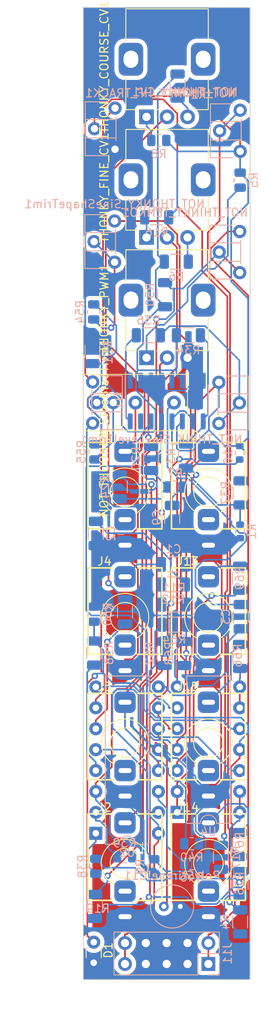
<source format=kicad_pcb>
(kicad_pcb (version 20221018) (generator pcbnew)
  (layers (0 "F.Cu" signal) (31 "B.Cu" signal) (34 "B.Paste" user) (35 "F.Paste" user) (36 "B.SilkS" user "B.Silkscreen") (37 "F.SilkS" user "F.Silkscreen") (38 "B.Mask" user) (39 "F.Mask" user) (44 "Edge.Cuts" user))
  (net 0 "")
  (net 1 "Net-(C1-Pad1)")
  (net 2 "Net-(C1-Pad2)")
  (net 3 "GND")
  (net 4 "Net-(C2-Pad2)")
  (net 5 "Net-(U2-VSSI)")
  (net 6 "Net-(U2-VHSI)")
  (net 7 "Net-(C9-Pad1)")
  (net 8 "Net-(U2-CAP)")
  (net 9 "Net-(D1-A)")
  (net 10 "Net-(J2-PadR)")
  (net 11 "-15V")
  (net 12 "+15V")
  (net 13 "Net-(J12-PadR)")
  (net 14 "Net-(J13-PadR)")
  (net 15 "Net-(J14-PadR)")
  (net 16 "Net-(J15-PadR)")
  (net 17 "Net-(R1-Pad2)")
  (net 18 "Net-(R3-Pad1)")
  (net 19 "Net-(U4A-+)")
  (net 20 "Net-(SW1-C)")
  (net 21 "Net-(R26-Pad1)")
  (net 22 "Net-(U2-VLFI)")
  (net 23 "Net-(U2-VFCI)")
  (net 24 "Net-(SW1-A)")
  (net 25 "Net-(SW1-B)")
  (net 26 "Net-(R36-Pad2)")
  (net 27 "Net-(J5-PadR)")
  (net 28 "Net-(U2-SCALE1)")
  (net 29 "Net-(U2-VEE)")
  (net 30 "Net-(U2-SCALE2)")
  (net 31 "Net-(U2-VPWM)")
  (net 32 "Net-(U2-VS)")
  (net 33 "Net-(U1A-+)")
  (net 34 "Net-(NOT+THINKY_CV1-Pad1)")
  (net 35 "Net-(NOT_THINKY_TEMKO1-Pad1)")
  (net 36 "Net-(U4B--)")
  (net 37 "Net-(NOT_THINK_SineLevelTrim1-Pad1)")
  (net 38 "Net-(U4C--)")
  (net 39 "Net-(U4D--)")
  (net 40 "Net-(U4A--)")
  (net 41 "Net-(U2-VHFT)")
  (net 45 "Net-(NOT_THONKY_HF_TRACK1-Pad2)")
  (net 46 "Net-(NOT_THONKY_SineShapeTrim1-Pad1)")
  (net 47 "Net-(NOT_THONKY_SineShapeTrim1-Pad2)")
  (net 48 "Net-(NOT_THOONKY_SineBiasTrim1-Pad2)")
  (net 49 "Net-(R2-Pad2)")
  (net 50 "Net-(R5-Pad1)")
  (net 51 "Net-(R6-Pad2)")
  (net 52 "Net-(R8-Pad1)")
  (net 53 "Net-(R16-Pad1)")
  (net 54 "Net-(R19-Pad1)")
  (net 55 "Net-(R20-Pad1)")
  (net 56 "Net-(U2-VP)")
  (net 57 "Net-(U2-VSO)")
  (net 58 "Net-(U2-VTO)")
  (footprint "AudioJacks:Jack_3.5mm_QingPu_WQP-PJ398SM_Vertical" (layer "F.Cu") (at 193.04 119.81)
    (fp_text reference "J15")
    (fp_text value "SQR OUT")
  )
  (footprint "AudioJacks:Jack_3.5mm_QingPu_WQP-PJ398SM_Vertical" (layer "F.Cu") (at 182.88 89.33)
    (fp_text reference "J1")
    (fp_text value "Sync INput")
  )
  (footprint "AudioJacks:Jack_3.5mm_QingPu_WQP-PJ398SM_Vertical" (layer "F.Cu") (at 182.88 119.81)
    (fp_text reference "J5")
    (fp_text value "PWM INput")
  )
  (footprint "Capacitor_THT:C_Disc_D3.0mm_W1.6mm_P2.50mm" (layer "F.Cu") (at 179.07 146.538 90)
    (fp_text reference "D1")
    (fp_text value "DIODE")
  )
  (footprint "AudioJacks:Jack_3.5mm_QingPu_WQP-PJ398SM_Vertical" (layer "F.Cu") (at 182.88 134.46)
    (fp_text reference "J2")
    (fp_text value "CV1")
  )
  (footprint "AudioJacks:Jack_3.5mm_QingPu_WQP-PJ398SM_Vertical" (layer "F.Cu") (at 193.04 89.33)
    (fp_text reference "J12")
    (fp_text value "TRI OUt")
  )
  (footprint "Potentiometer_THT:Potentiometer_Alps_RK09K_Single_Vertical" (layer "F.Cu") (at 185.5 58.42 90)
    (fp_text reference "THONKY_FINE_CV1")
    (fp_text value "100k Pot")
  )
  (footprint "AAA MY Parts:Dailywell mini DWB1 SPDT" (layer "F.Cu") (at 179.45 78.486)
    (fp_text reference "SW1" hide)
    (fp_text value "SW_SPDT" hide)
  )
  (footprint "AudioJacks:Jack_3.5mm_QingPu_WQP-PJ398SM_Vertical" (layer "F.Cu") (at 193.04 104.57)
    (fp_text reference "J13")
    (fp_text value "SIN OUT")
  )
  (footprint "AudioJacks:Jack_3.5mm_QingPu_WQP-PJ398SM_Vertical" (layer "F.Cu") (at 182.88 104.57)
    (fp_text reference "J4")
    (fp_text value "LinearFmINput")
  )
  (footprint "Potentiometer_THT:Potentiometer_Alps_RK09K_Single_Vertical" (layer "F.Cu") (at 185.5 43.775 90)
    (fp_text reference "THONKY_COURSE_CV1")
    (fp_text value "100k Pot")
  )
  (footprint "Potentiometer_THT:Potentiometer_Alps_RK09K_Single_Vertical" (layer "F.Cu") (at 185.505 73.04 90)
    (fp_text reference "THONKY_PWM1")
    (fp_text value "100k Pot")
  )
  (footprint "AudioJacks:Jack_3.5mm_QingPu_WQP-PJ398SM_Vertical" (layer "F.Cu") (at 193.04 134.46)
    (fp_text reference "J14")
    (fp_text value "SAW OUt")
  )
  (footprint "Resistor_SMD:R_0805_2012Metric" (layer "B.Cu") (at 191.008 134.493)
    (fp_text reference "R46")
    (fp_text value "1.8k")
  )
  (footprint "Capacitor_SMD:C_1206_3216Metric" (layer "B.Cu") (at 188.7728 98.1456 180)
    (fp_text reference "C1")
    (fp_text value "100nf")
  )
  (footprint "Potentiometer_THT:Potentiometer_ACP_CA6-H2,5_Horizontal" (layer "B.Cu") (at 178.943 80.986)
    (fp_text reference "NOT_THOONKY_SineBiasTrim1")
    (fp_text value "100k Pot")
  )
  (footprint "Resistor_SMD:R_0805_2012Metric" (layer "B.Cu") (at 179.1208 104.1908 90)
    (fp_text reference "R60")
    (fp_text value "47k")
  )
  (footprint "Potentiometer_THT:Potentiometer_ACP_CA6-H2,5_Horizontal" (layer "B.Cu") (at 181.665 42.712 180)
    (fp_text reference "NOT_THONKY_HF_TRACK1")
    (fp_text value "10k Pot")
  )
  (footprint "Resistor_SMD:R_1206_3216Metric" (layer "B.Cu") (at 196.9008 99.822 90)
    (fp_text reference "R69")
    (fp_text value "1k")
  )
  (footprint "Resistor_SMD:R_1206_3216Metric" (layer "B.Cu") (at 189.1284 61.3664)
    (fp_text reference "R6")
    (fp_text value "100k")
  )
  (footprint "Resistor_SMD:R_0805_2012Metric" (layer "B.Cu") (at 179.2224 84.4804 -90)
    (fp_text reference "R55")
    (fp_text value "470k")
  )
  (footprint "Resistor_SMD:R_1206_3216Metric" (layer "B.Cu") (at 190.6016 70.3072)
    (fp_text reference "R34")
    (fp_text value "4.7k")
  )
  (footprint "Resistor_SMD:R_1206_3216Metric" (layer "B.Cu") (at 196.9008 141.5796 -90)
    (fp_text reference "R4")
    (fp_text value "100k")
  )
  (footprint "Resistor_SMD:R_1206_3216Metric" (layer "B.Cu") (at 179.1208 108.9152 90)
    (fp_text reference "R58")
    (fp_text value "2k")
  )
  (footprint "Resistor_SMD:R_1206_3216Metric" (layer "B.Cu") (at 188.8236 103.0224 180)
    (fp_text reference "R11")
    (fp_text value "1M")
  )
  (footprint "Resistor_SMD:R_1206_3216Metric" (layer "B.Cu") (at 196.9516 89.4588 -90)
    (fp_text reference "R37")
    (fp_text value "1M")
  )
  (footprint "Resistor_SMD:R_1206_3216Metric" (layer "B.Cu") (at 186.7408 55.9816)
    (fp_text reference "R16")
    (fp_text value "100k")
  )
  (footprint "Package_DIP:DIP-14_W7.62mm" (layer "B.Cu") (at 189.23 128.27)
    (fp_text reference "U4")
    (fp_text value "LM324")
  )
  (footprint "Resistor_SMD:R_0603_1608Metric" (layer "B.Cu") (at 196.85 84.582 -90)
    (fp_text reference "R10")
    (fp_text value "1.5M")
  )
  (footprint "Resistor_SMD:R_1206_3216Metric" (layer "B.Cu") (at 186.055 85.2825 -90)
    (fp_text reference "R20")
    (fp_text value "100k" hide)
  )
  (footprint "Resistor_SMD:R_1206_3216Metric" (layer "B.Cu") (at 196.85 132.1816 90)
    (fp_text reference "R67")
    (fp_text value "1k")
  )
  (footprint "Package_SO:SOIC-16_3.9x9.9mm_P1.27mm" (layer "B.Cu") (at 187.96 78.297 -90)
    (fp_text reference "U1")
    (fp_text value "LM13700")
  )
  (footprint "Resistor_SMD:R_0805_2012Metric" (layer "B.Cu") (at 186.3852 134.874 -90)
    (fp_text reference "R9")
    (fp_text value "47k")
  )
  (footprint "Resistor_SMD:R_1206_3216Metric" (layer "B.Cu") (at 196.9516 136.906 90)
    (fp_text reference "R26")
    (fp_text value "100k")
  )
  (footprint "Resistor_SMD:R_1206_3216Metric" (layer "B.Cu") (at 188.8744 105.4608)
    (fp_text reference "R64")
    (fp_text value "100k")
  )
  (footprint "Resistor_SMD:R_1206_3216Metric" (layer "B.Cu") (at 179.2224 139.7 -90)
    (fp_text reference "R19")
    (fp_text value "1M")
  )
  (footprint "Resistor_SMD:R_1206_3216Metric" (layer "B.Cu") (at 190.2968 84.9884 -90)
    (fp_text reference "R3")
    (fp_text value "1k")
  )
  (footprint "Potentiometer_THT:Potentiometer_ACP_CA6-H2,5_Horizontal" (layer "B.Cu") (at 194.31 81.026)
    (fp_text reference "NOT_THINK_SineLevelTrim1")
    (fp_text value "1M Pot")
  )
  (footprint "Resistor_SMD:R_0805_2012Metric" (layer "B.Cu") (at 179.07 67.4731 -90)
    (fp_text reference "R54")
    (fp_text value "20k")
  )
  (footprint "Resistor_SMD:R_0805_2012Metric" (layer "B.Cu") (at 188.976 88.7476 180)
    (fp_text reference "R7")
    (fp_text value "470")
  )
  (footprint "Resistor_SMD:R_1206_3216Metric" (layer "B.Cu") (at 189.2808 40.0304 -90)
    (fp_text reference "R2")
    (fp_text value "10k")
  )
  (footprint "Resistor_SMD:R_0805_2012Metric" (layer "B.Cu") (at 186.9948 46.6344)
    (fp_text reference "R8")
    (fp_text value "47k")
  )
  (footprint "Potentiometer_THT:Potentiometer_ACP_CA6-H2,5_Horizontal" (layer "B.Cu") (at 181.61 56.428 180)
    (fp_text reference "NOT_THONKY_SineShapeTrim1")
    (fp_text value "100k Pot")
  )
  (footprint "Resistor_SMD:R_1206_3216Metric" (layer "B.Cu") (at 182.245 88.7075 -90)
    (fp_text reference "R24")
    (fp_text value "100k")
  )
  (footprint "Capacitor_SMD:C_1206_3216Metric" (layer "B.Cu") (at 179.324 94.3864 90)
    (fp_text reference "C2")
    (fp_text value "10nf")
  )
  (footprint "Resistor_SMD:R_1206_3216Metric" (layer "B.Cu") (at 194.564 133.731 90)
    (fp_text reference "R17")
    (fp_text value "1M")
  )
  (footprint "Resistor_SMD:R_1206_3216Metric" (layer "B.Cu") (at 188.7728 100.584)
    (fp_text reference "R12")
    (fp_text value "470")
  )
  (footprint "Connector_PinHeader_2.54mm:PinHeader_2x05_P2.54mm_Vertical" (layer "B.Cu") (at 193.035 146.685 90)
    (fp_text reference "J11")
    (fp_text value "Conn_02x05_Odd_Even")
  )
  (footprint "Capacitor_SMD:C_1206_3216Metric" (layer "B.Cu") (at 182.88 103.9132 -90)
    (fp_text reference "C7")
    (fp_text value "1nf")
  )
  (footprint "Resistor_SMD:R_1206_3216Metric" (layer "B.Cu") (at 178.9176 72.2884 -90)
    (fp_text reference "R51")
    (fp_text value "1k")
  )
  (footprint "Resistor_SMD:R_1206_3216Metric" (layer "B.Cu") (at 185.7248 70.3072 180)
    (fp_text reference "R36")
    (fp_text value "100k")
  )
  (footprint "Package_DIP:DIP-16_W7.62mm" (layer "B.Cu") (at 179.324 130.81)
    (fp_text reference "U2")
    (fp_text value "AS3340")
  )
  (footprint "Resistor_SMD:R_0805_2012Metric" (layer "B.Cu") (at 191.008 132.08)
    (fp_text reference "R40")
    (fp_text value "47k")
  )
  (footprint "Resistor_SMD:R_0805_2012Metric" (layer "B.Cu") (at 196.9008 51.4604 90)
    (fp_text reference "R5")
    (fp_text value "20K")
  )
  (footprint "Potentiometer_THT:Potentiometer_ACP_CA6-H2,5_Horizontal" (layer "B.Cu") (at 196.905 42.966 180)
    (fp_text reference "NOT+THINKY_CV1")
    (fp_text value "100k TrimPot")
  )
  (footprint "Resistor_SMD:R_0805_2012Metric" (layer "B.Cu") (at 182.8292 133.6548 180)
    (fp_text reference "R39")
    (fp_text value "5.6k")
  )
  (footprint "Resistor_SMD:R_1206_3216Metric" (layer "B.Cu") (at 190.0936 108.966 -90)
    (fp_text reference "R68")
    (fp_text value "1k")
  )
  (footprint "Resistor_SMD:R_0805_2012Metric" (layer "B.Cu") (at 179.324 134.8232 -90)
    (fp_text reference "R38")
    (fp_text value "24k")
  )
  (footprint "Capacitor_SMD:C_1206_3216Metric" (layer "B.Cu") (at 188.6204 92.456 -90)
    (fp_text reference "C9")
    (fp_text value "10nf")
  )
  (footprint "Resistor_SMD:R_1206_3216Metric" (layer "B.Cu") (at 187.706 108.966 -90)
    (fp_text reference "R62")
    (fp_text value "100k")
  )
  (footprint "Potentiometer_THT:Potentiometer_ACP_CA6-H2,5_Horizontal" (layer "B.Cu") (at 196.85 57.698 180)
    (fp_text reference "NOT_THINKY_TEMKO1")
    (fp_text value "10k Pot")
  )
  (footprint "Capacitor_SMD:C_1206_3216Metric" (layer "B.Cu") (at 197.0024 104.4956 -90)
    (fp_text reference "C3")
    (fp_text value "1nf")
  )
  (footprint "Resistor_SMD:R_1206_3216Metric" (layer "B.Cu") (at 196.9008 109.3216 90)
    (fp_text reference "R66")
    (fp_text value "1k")
  )
  (footprint "Resistor_SMD:R_0603_1608Metric" (layer "B.Cu") (at 196.9008 94.1324 90)
    (fp_text reference "R1")
    (fp_text value "130k")
  )
  (footprint "Resistor_SMD:R_1206_3216Metric" (layer "B.Cu") (at 187.7568 65.3796 -90)
    (fp_text reference "R50")
    (fp_text value "910")
  )
  (footprint "Capacitor_THT:C_Radial_D5.0mm_H5.0mm_P2.00mm" (layer "B.Cu") (at 189.611 139.7 180)
    (fp_text reference "PolyStirene!C11")
    (fp_text value "1nf")
  )
  (gr_line (start 177.8 30.48) (end 177.8 148.59) (stroke (width 0.1)) (layer "Edge.Cuts"))
  (gr_line (start 198.12 30.48) (end 198.12 148.59) (stroke (width 0.1)) (layer "Edge.Cuts"))
  (gr_line (start 198.12 30.48) (end 177.8 30.48) (stroke (width 0.1)) (layer "Edge.Cuts"))
  (gr_line (start 198.12 148.59) (end 177.8 148.59) (stroke (width 0.1)) (layer "Edge.Cuts"))
  (segment (start 191.03 98.9278) (end 190.2478 98.1456) (width 0.2) (layer "B.Cu") (net 1))
  (segment (start 191.03 102.2785) (end 191.03 98.9278) (width 0.2) (layer "B.Cu") (net 1))
  (segment (start 190.2861 103.0224) (end 191.03 102.2785) (width 0.2) (layer "B.Cu") (net 1))
  (segment (start 187.2978 98.1456) (end 184.3844 98.1456) (width 0.2) (layer "B.Cu") (net 2))
  (segment (start 184.3844 98.1456) (end 182.88 99.65) (width 0.2) (layer "B.Cu") (net 2))
  (segment (start 193.9008 109.6727) (end 194.6576 108.9159) (width 0.2) (layer "F.Cu") (net 3))
  (segment (start 193.04 111.05) (end 193.04 112.4273) (width 0.2) (layer "F.Cu") (net 3))
  (segment (start 193.1613 112.4273) (end 193.04 112.4273) (width 0.2) (layer "F.Cu") (net 3))
  (segment (start 182.88 95.4127) (end 182.88 95.81) (width 0.2) (layer "F.Cu") (net 3))
  (segment (start 193.04 126.29) (end 193.04 124.9127) (width 0.2) (layer "F.Cu") (net 3))
  (segment (start 187.955 146.685) (end 186.8777 146.685) (width 0.2) (layer "F.Cu") (net 3))
  (segment (start 184.4501 98.6713) (end 184.4501 108.952) (width 0.2) (layer "F.Cu") (net 3))
  (segment (start 182.9661 97.1873) (end 184.4501 98.6713) (width 0.2) (layer "F.Cu") (net 3))
  (segment (start 192.3511 127.6673) (end 193.04 127.6673) (width 0.2) (layer "F.Cu") (net 3))
  (segment (start 193.04 109.6727) (end 193.9008 109.6727) (width 0.2) (layer "F.Cu") (net 3))
  (segment (start 182.88 95.81) (end 182.88 97.1873) (width 0.2) (layer "F.Cu") (net 3))
  (segment (start 193.04 111.05) (end 193.04 109.6727) (width 0.2) (layer "F.Cu") (net 3))
  (segment (start 184.4501 108.952) (end 183.7294 109.6727) (width 0.2) (layer "F.Cu") (net 3))
  (segment (start 185.415 146.685) (end 185.415 144.145) (width 0.2) (layer "F.Cu") (net 3))
  (segment (start 193.04 126.29) (end 193.04 126.7623) (width 0.2) (layer "F.Cu") (net 3))
  (segment (start 193.1613 97.1873) (end 193.04 97.1873) (width 0.2) (layer "F.Cu") (net 3))
  (segment (start 185.2615 77.1702) (end 185.2615 82.0875) (width 0.2) (layer "F.Cu") (net 3))
  (segment (start 183.7294 94.4327) (end 182.88 94.4327) (width 0.2) (layer "F.Cu") (net 3))
  (segment (start 194.6576 98.6836) (end 193.1613 97.1873) (width 0.2) (layer "F.Cu") (net 3))
  (segment (start 194.6576 108.9159) (end 194.6576 98.6836) (width 0.2) (layer "F.Cu") (net 3))
  (segment (start 184.4501 84.6455) (end 184.4501 93.712) (width 0.2) (layer "F.Cu") (net 3))
  (segment (start 193.9008 124.9127) (end 194.5856 124.2279) (width 0.2) (layer "F.Cu") (net 3))
  (segment (start 193.04 124.9127) (end 193.9008 124.9127) (width 0.2) (layer "F.Cu") (net 3))
  (segment (start 184.8939 82.4551) (end 184.8939 84.2017) (width 0.2) (layer "F.Cu") (net 3))
  (segment (start 190.495 146.685) (end 189.0323 146.685) (width 0.2) (layer "F.Cu") (net 3))
  (segment (start 194.5856 113.8516) (end 193.1613 112.4273) (width 0.2) (layer "F.Cu") (net 3))
  (segment (start 189.611 130.4074) (end 192.3511 127.6673) (width 0.2) (layer "F.Cu") (net 3))
  (segment (start 185.415 146.685) (end 186.8777 146.685) (width 0.2) (layer "F.Cu") (net 3))
  (segment (start 185.2615 82.0875) (end 184.8939 82.4551) (width 0.2) (layer "F.Cu") (net 3))
  (segment (start 182.88 111.05) (end 182.88 109.6727) (width 0.2) (layer "F.Cu") (net 3))
  (segment (start 189.611 139.7) (end 189.611 130.4074) (width 0.2) (layer "F.Cu") (net 3))
  (segment (start 193.04 95.81) (end 193.04 97.1873) (width 0.2) (layer "F.Cu") (net 3))
  (segment (start 183.7294 109.6727) (end 182.88 109.6727) (width 0.2) (layer "F.Cu") (net 3))
  (segment (start 184.8939 84.2017) (end 184.4501 84.6455) (width 0.2) (layer "F.Cu") (net 3))
  (segment (start 182.88 95.4127) (end 182.88 94.4327) (width 0.2) (layer "F.Cu") (net 3))
  (segment (start 187.955 146.685) (end 189.0323 146.685) (width 0.2) (layer "F.Cu") (net 3))
  (segment (start 184.4501 93.712) (end 183.7294 94.4327) (width 0.2) (layer "F.Cu") (net 3))
  (segment (start 180.6594 72.5681) (end 185.2615 77.1702) (width 0.2) (layer "F.Cu") (net 3))
  (segment (start 193.04 126.7623) (end 193.04 127.6673) (width 0.2) (layer "F.Cu") (net 3))
  (segment (start 194.5856 124.2279) (end 194.5856 113.8516) (width 0.2) (layer "F.Cu") (net 3))
  (segment (start 182.88 97.1873) (end 182.9661 97.1873) (width 0.2) (layer "F.Cu") (net 3))
  (via (at 180.6594 72.5681) (size 0.8) (drill 0.4) (layers "F.Cu" "B.Cu") (net 3))
  (segment (start 191.9205 134.493) (end 191.9205 134.5846) (width 0.2) (layer "B.Cu") (net 3))
  (segment (start 188.8107 104.3436) (end 188.3898 104.7645) (width 0.2) (layer "B.Cu") (net 3))
  (segment (start 179.324 103.0751) (end 179.1208 103.2783) (width 0.2) (layer "B.Cu") (net 3))
  (segment (start 187.325 80.772) (end 187.325 77.0303) (width 0.2) (layer "B.Cu") (net 3))
  (segment (start 182.88 95.81) (end 181.1027 95.81) (width 0.2) (layer "B.Cu") (net 3))
  (segment (start 179.324 95.8614) (end 181.0513 95.8614) (width 0.2) (layer "B.Cu") (net 3))
  (segment (start 179.07 146.1273) (end 179.07 146.538) (width 0.2) (layer "B.Cu") (net 3))
  (segment (start 181.6355 89.097) (end 186.368 89.097) (width 0.2) (layer "B.Cu") (net 3))
  (segment (start 186.7188 88.7462) (end 186.7188 88.1617) (width 0.2) (layer "B.Cu") (net 3))
  (segment (start 192.405 75.822) (end 191.135 75.822) (width 0.2) (layer "B.Cu") (net 3))
  (segment (start 187.9713 120.9069) (end 188.7417 121.6773) (width 0.2) (layer "B.Cu") (net 3))
  (segment (start 190.495 144.145) (end 190.495 141.7077) (width 0.2) (layer "B.Cu") (net 3))
  (segment (start 190.0227 139.7) (end 191.2627 140.94) (width 0.2) (layer "B.Cu") (net 3))
  (segment (start 193.04 95.81) (end 190.4994 95.81) (width 0.2) (layer "B.Cu") (net 3))
  (segment (start 180.107 103.8581) (end 179.324 103.0751) (width 0.2) (layer "B.Cu") (net 3))
  (segment (start 185.1519 134.5532) (end 186.3852 135.7865) (width 0.2) (layer "B.Cu") (net 3))
  (segment (start 182.88 140.94) (end 182.88 142.3173) (width 0.2) (layer "B.Cu") (net 3))
  (segment (start 191.135 73.67) (end 190.505 73.04) (width 0.2) (layer "B.Cu") (net 3))
  (segment (start 187.325 75.822) (end 186.055 75.822) (width 0.2) (layer "B.Cu") (net 3))
  (segment (start 190.8994 104.3436) (end 188.8107 104.3436) (width 0.2) (layer "B.Cu") (net 3))
  (segment (start 192.6913 133.7222) (end 191.9205 134.493) (width 0.2) (layer "B.Cu") (net 3))
  (segment (start 192.033 131.0699) (end 192.3472 131.0699) (width 0.2) (layer "B.Cu") (net 3))
  (segment (start 185.1519 129.2506) (end 185.1519 134.5532) (width 0.2) (layer "B.Cu") (net 3))
  (segment (start 191.4752 130.5121) (end 192.033 131.0699) (width 0.2) (layer "B.Cu") (net 3))
  (segment (start 185.415 144.145) (end 184.3377 144.145) (width 0.2) (layer "B.Cu") (net 3))
  (segment (start 184.5495 104.3519) (end 184.0557 103.8581) (width 0.2) (layer "B.Cu") (net 3))
  (segment (start 185.415 144.145) (end 187.955 144.145) (width 0.2) (layer "B.Cu") (net 3))
  (segment (start 187.955 144.145) (end 189.0323 144.145) (width 0.2) (layer "B.Cu") (net 3))
  (segment (start 186.9679 93.931) (end 184.1594 91.1225) (width 0.2) (layer "B.Cu") (net 3))
  (segment (start 182.88 127.6673) (end 183.5686 127.6673) (width 0.2) (layer "B.Cu") (net 3))
  (segment (start 184.3377 144.145) (end 184.3377 143.775) (width 0.2) (layer "B.Cu") (net 3))
  (segment (start 188.3898 104.7645) (end 187.9772 104.3519) (width 0.2) (layer "B.Cu") (net 3))
  (segment (start 193.04 109.6727) (end 192.1792 109.6727) (width 0.2) (layer "B.Cu") (net 3))
  (segment (start 180.6594 72.5681) (end 178.9176 70.8263) (width 0.2) (layer "B.Cu") (net 3))
  (segment (start 178.0374 69.9457) (end 178.0374 51.3396) (width 0.2) (layer "B.Cu") (net 3))
  (segment (start 192.1792 109.6727) (end 191.4872 108.9807) (width 0.2) (layer "B.Cu") (net 3))
  (segment (start 189.2464 121.6773) (end 191.4699 123.9008) (width 0.2) (layer "B.Cu") (net 3))
  (segment (start 196.9008 94.9574) (end 196.0482 95.81) (width 0.2) (layer "B.Cu") (net 3))
  (segment (start 191.4699 124.2102) (end 192.1724 124.9127) (width 0.2) (layer "B.Cu") (net 3))
  (segment (start 190.495 141.7077) (end 191.2627 140.94) (width 0.2) (layer "B.Cu") (net 3))
  (segment (start 184.1594 91.1225) (end 181.5609 91.1225) (width 0.2) (layer "B.Cu") (net 3))
  (segment (start 184.8905 87.2432) (end 184.8905 86.2841) (width 0.2) (layer "B.Cu") (net 3))
  (segment (start 181.0513 95.8614) (end 181.1027 95.81) (width 0.2) (layer "B.Cu") (net 3))
  (segment (start 189.611 139.7) (end 190.0227 139.7) (width 0.2) (layer "B.Cu") (net 3))
  (segment (start 184.3377 143.775) (end 182.88 142.3173) (width 0.2) (layer "B.Cu") (net 3))
  (segment (start 191.135 76.0645) (end 190.1692 77.0303) (width 0.2) (layer "B.Cu") (net 3))
  (segment (start 191.135 75.822) (end 191.135 76.0645) (width 0.2) (layer "B.Cu") (net 3))
  (segment (start 188.3898 106.8197) (end 187.706 107.5035) (width 0.2) (layer "B.Cu") (net 3))
  (segment (start 187.9772 104.3519) (end 184.5495 104.3519) (width 0.2) (layer "B.Cu") (net 3))
  (segment (start 192.3472 131.0699) (end 192.6913 131.414) (width 0.2) (layer "B.Cu") (net 3))
  (segment (start 187.325 84.2444) (end 187.325 80.772) (width 0.2) (layer "B.Cu") (net 3))
  (segment (start 179.324 95.8614) (end 179.324 103.0751) (width 0.2) (layer "B.Cu") (net 3))
  (segment (start 193.04 127.6673) (end 192.3514 127.6673) (width 0.2) (layer "B.Cu") (net 3))
  (segment (start 191.4699 123.9008) (end 191.4699 124.2102) (width 0.2) (layer "B.Cu") (net 3))
  (segment (start 181.5609 91.1225) (end 181.0974 90.659) (width 0.2) (layer "B.Cu") (net 3))
  (segment (start 188.6204 93.931) (end 186.9679 93.931) (width 0.2) (layer "B.Cu") (net 3))
  (segment (start 186.055 75.822) (end 184.785 75.822) (width 0.2) (layer "B.Cu") (net 3))
  (segment (start 190.1692 77.0303) (end 187.325 77.0303) (width 0.2) (layer "B.Cu") (net 3))
  (segment (start 193.04 111.05) (end 193.04 109.6727) (width 0.2) (layer "B.Cu") (net 3))
  (segment (start 184.0557 103.8581) (end 180.107 103.8581) (width 0.2) (layer "B.Cu") (net 3))
  (segment (start 188.3898 104.7645) (end 188.3898 106.8197) (width 0.2) (layer "B.Cu") (net 3))
  (segment (start 185.796 85.7734) (end 187.325 84.2444) (width 0.2) (layer "B.Cu") (net 3))
  (segment (start 187.9713 120.65) (end 187.9713 120.9069) (width 0.2) (layer "B.Cu") (net 3))
  (segment (start 185.4012 85.7734) (end 185.796 85.7734) (width 0.2) (layer "B.Cu") (net 3))
  (segment (start 193.04 126.29) (end 193.04 127.6673) (width 0.2) (layer "B.Cu") (net 3))
  (segment (start 183.5686 127.6673) (end 185.1519 129.2506) (width 0.2) (layer "B.Cu") (net 3))
  (segment (start 190.7186 135.7865) (end 186.3852 135.7865) (width 0.2) (layer "B.Cu") (net 3))
  (segment (start 178.0374 51.3396) (end 181.665 47.712) (width 0.2) (layer "B.Cu") (net 3))
  (segment (start 191.4872 108.9807) (end 191.4872 104.9314) (width 0.2) (layer "B.Cu") (net 3))
  (segment (start 182.88 142.3173) (end 179.07 146.1273) (width 0.2) (layer "B.Cu") (net 3))
  (segment (start 186.3248 87.7677) (end 185.415 87.7677) (width 0.2) (layer "B.Cu") (net 3))
  (segment (start 184.8905 86.2841) (end 185.4012 85.7734) (width 0.2) (layer "B.Cu") (net 3))
  (segment (start 193.04 140.94) (end 191.2627 140.94) (width 0.2) (layer "B.Cu") (net 3))
  (segment (start 192.1724 124.9127) (end 193.04 124.9127) (width 0.2) (layer "B.Cu") (net 3))
  (segment (start 182.88 126.29) (end 182.88 127.6673) (width 0.2) (layer "B.Cu") (net 3))
  (segment (start 186.7188 88.1617) (end 186.3248 87.7677) (width 0.2) (layer "B.Cu") (net 3))
  (segment (start 190.495 144.145) (end 189.0323 144.145) (width 0.2) (layer "B.Cu") (net 3))
  (segment (start 186.368 89.097) (end 186.7188 88.7462) (width 0.2) (layer "B.Cu") (net 3))
  (segment (start 192.6913 131.414) (end 192.6913 133.7222) (width 0.2) (layer "B.Cu") (net 3))
  (segment (start 188.7417 121.6773) (end 189.2464 121.6773) (width 0.2) (layer "B.Cu") (net 3))
  (segment (start 192.3514 127.6673) (end 191.4752 128.5435) (width 0.2) (layer "B.Cu") (net 3))
  (segment (start 185.415 87.7677) (end 184.8905 87.2432) (width 0.2) (layer "B.Cu") (net 3))
  (segment (start 178.9176 70.8259) (end 178.0374 69.9457) (width 0.2) (layer "B.Cu") (net 3))
  (segment (start 178.9176 70.8263) (end 178.9176 70.8259) (width 0.2) (layer "B.Cu") (net 3))
  (segment (start 196.0482 95.81) (end 193.04 95.81) (width 0.2) (layer "B.Cu") (net 3))
  (segment (start 187.325 77.0303) (end 187.325 75.822) (width 0.2) (layer "B.Cu") (net 3))
  (segment (start 193.04 126.29) (end 193.04 124.9127) (width 0.2) (layer "B.Cu") (net 3))
  (segment (start 186.944 120.65) (end 187.9713 120.65) (width 0.2) (layer "B.Cu") (net 3))
  (segment (start 190.4994 95.81) (end 188.6204 93.931) (width 0.2) (layer "B.Cu") (net 3))
  (segment (start 191.135 75.822) (end 191.135 73.67) (width 0.2) (layer "B.Cu") (net 3))
  (segment (start 181.0974 90.659) (end 181.0974 89.6351) (width 0.2) (layer "B.Cu") (net 3))
  (segment (start 181.0974 89.6351) (end 181.6355 89.097) (width 0.2) (layer "B.Cu") (net 3))
  (segment (start 191.4872 104.9314) (end 190.8994 104.3436) (width 0.2) (layer "B.Cu") (net 3))
  (segment (start 191.4752 128.5435) (end 191.4752 130.5121) (width 0.2) (layer "B.Cu") (net 3))
  (segment (start 191.9205 134.5846) (end 190.7186 135.7865) (width 0.2) (layer "B.Cu") (net 3))
  (segment (start 188.4455 97.6259) (end 185.1742 94.3546) (width 0.2) (layer "B.Cu") (net 4))
  (segment (start 185.1742 94.3546) (end 180.7672 94.3546) (width 0.2) (layer "B.Cu") (net 4))
  (segment (start 180.7672 94.3546) (end 179.324 92.9114) (width 0.2) (layer "B.Cu") (net 4))
  (segment (start 190.2353 100.584) (end 188.4455 98.7942) (width 0.2) (layer "B.Cu") (net 4))
  (segment (start 188.4455 98.7942) (end 188.4455 97.6259) (width 0.2) (layer "B.Cu") (net 4))
  (segment (start 190.7899 114.0576) (end 191.9721 112.8754) (width 0.2) (layer "B.Cu") (net 5))
  (segment (start 188.7421 114.0576) (end 190.7899 114.0576) (width 0.2) (layer "B.Cu") (net 5))
  (segment (start 195.2759 107.6971) (end 197.0024 105.9706) (width 0.2) (layer "B.Cu") (net 5))
  (segment (start 191.9721 112.8754) (end 193.5662 112.8754) (width 0.2) (layer "B.Cu") (net 5))
  (segment (start 187.9713 113.2868) (end 188.7421 114.0576) (width 0.2) (layer "B.Cu") (net 5))
  (segment (start 186.944 113.03) (end 187.9713 113.03) (width 0.2) (layer "B.Cu") (net 5))
  (segment (start 187.9713 113.03) (end 187.9713 113.2868) (width 0.2) (layer "B.Cu") (net 5))
  (segment (start 193.5662 112.8754) (end 195.2759 111.1657) (width 0.2) (layer "B.Cu") (net 5))
  (segment (start 195.2759 111.1657) (end 195.2759 107.6971) (width 0.2) (layer "B.Cu") (net 5))
  (segment (start 179.324 117.0827) (end 180.7137 115.693) (width 0.2) (layer "F.Cu") (net 6))
  (segment (start 180.7137 115.693) (end 180.7137 107.5545) (width 0.2) (layer "F.Cu") (net 6))
  (segment (start 179.324 118.11) (end 179.324 117.0827) (width 0.2) (layer "F.Cu") (net 6))
  (via (at 180.7137 107.5545) (size 0.8) (drill 0.4) (layers "F.Cu" "B.Cu") (net 6))
  (segment (start 180.7137 107.5545) (end 182.88 105.3882) (width 0.2) (layer "B.Cu") (net 6))
  (segment (start 188.6204 90.981) (end 188.6204 90.0157) (width 0.2) (layer "B.Cu") (net 7))
  (segment (start 188.6204 90.0157) (end 189.8885 88.7476) (width 0.2) (layer "B.Cu") (net 7))
  (segment (start 187.9854 139.3256) (end 187.9854 120.1787) (width 0.2) (layer "F.Cu") (net 8))
  (segment (start 187.9854 120.1787) (end 186.944 119.1373) (width 0.2) (layer "F.Cu") (net 8))
  (segment (start 187.611 139.7) (end 187.9854 139.3256) (width 0.2) (layer "F.Cu") (net 8))
  (segment (start 186.944 118.11) (end 186.944 119.1373) (width 0.2) (layer "F.Cu") (net 8))
  (segment (start 179.1995 111.7014) (end 178.2966 112.6043) (width 0.2) (layer "F.Cu") (net 9))
  (segment (start 178.2966 143.2646) (end 179.07 144.038) (width 0.2) (layer "F.Cu") (net 9))
  (segment (start 178.2966 112.6043) (end 178.2966 143.2646) (width 0.2) (layer "F.Cu") (net 9))
  (via (at 179.1995 111.7014) (size 0.8) (drill 0.4) (layers "F.Cu" "B.Cu") (net 9))
  (segment (start 180.2363 108.5682) (end 179.1208 107.4527) (width 0.2) (layer "B.Cu") (net 9))
  (segment (start 179.1208 107.4527) (end 179.1208 105.1033) (width 0.2) (layer "B.Cu") (net 9))
  (segment (start 186.4794 117.0827) (end 185.1704 115.7737) (width 0.2) (layer "B.Cu") (net 9))
  (segment (start 180.2363 111.3957) (end 180.2363 108.5682) (width 0.2) (layer "B.Cu") (net 9))
  (segment (start 185.1704 113.5559) (end 184.1727 112.5582) (width 0.2) (layer "B.Cu") (net 9))
  (segment (start 185.1704 115.7737) (end 185.1704 113.5559) (width 0.2) (layer "B.Cu") (net 9))
  (segment (start 181.3988 112.5582) (end 180.2363 111.3957) (width 0.2) (layer "B.Cu") (net 9))
  (segment (start 184.1727 112.5582) (end 181.3988 112.5582) (width 0.2) (layer "B.Cu") (net 9))
  (segment (start 179.1995 111.7014) (end 179.5052 111.3957) (width 0.2) (layer "B.Cu") (net 9))
  (segment (start 195.8227 118.11) (end 194.7954 117.0827) (width 0.2) (layer "B.Cu") (net 9))
  (segment (start 179.5052 111.3957) (end 180.2363 111.3957) (width 0.2) (layer "B.Cu") (net 9))
  (segment (start 194.7954 117.0827) (end 186.4794 117.0827) (width 0.2) (layer "B.Cu") (net 9))
  (segment (start 196.85 118.11) (end 195.8227 118.11) (width 0.2) (layer "B.Cu") (net 9))
  (segment (start 186.0913 88.4215) (end 186.0913 111.4613) (width 0.2) (layer "F.Cu") (net 10))
  (segment (start 186.0913 111.4613) (end 184.7526 112.8) (width 0.2) (layer "F.Cu") (net 10))
  (segment (start 184.7526 112.8) (end 184.7526 127.6674) (width 0.2) (layer "F.Cu") (net 10))
  (segment (start 184.7526 127.6674) (end 182.88 129.54) (width 0.2) (layer "F.Cu") (net 10))
  (via (at 186.0913 88.4215) (size 0.8) (drill 0.4) (layers "F.Cu" "B.Cu") (net 10))
  (segment (start 183.4215 88.4215) (end 186.0913 88.4215) (width 0.2) (layer "B.Cu") (net 10))
  (segment (start 182.245 87.245) (end 183.4215 88.4215) (width 0.2) (layer "B.Cu") (net 10))
  (segment (start 195.9467 129.6889) (end 195.7564 129.4986) (width 0.2) (layer "F.Cu") (net 11))
  (segment (start 195.9467 137.8667) (end 195.9467 129.6889) (width 0.2) (layer "F.Cu") (net 11))
  (segment (start 193.3043 143.0677) (end 196.2629 140.1091) (width 0.2) (layer "F.Cu") (net 11))
  (segment (start 195.7564 129.4986) (end 195.7564 122.7709) (width 0.2) (layer "F.Cu") (net 11))
  (segment (start 196.2629 138.1829) (end 195.9467 137.8667) (width 0.2) (layer "F.Cu") (net 11))
  (segment (start 193.035 144.145) (end 193.035 143.0677) (width 0.2) (layer "F.Cu") (net 11))
  (segment (start 193.035 146.685) (end 193.035 144.145) (width 0.2) (layer "F.Cu") (net 11))
  (segment (start 195.7564 122.7709) (end 196.85 121.6773) (width 0.2) (layer "F.Cu") (net 11))
  (segment (start 196.2629 140.1091) (end 196.2629 138.1829) (width 0.2) (layer "F.Cu") (net 11))
  (segment (start 193.035 143.0677) (end 193.3043 143.0677) (width 0.2) (layer "F.Cu") (net 11))
  (segment (start 196.85 120.65) (end 196.85 121.6773) (width 0.2) (layer "F.Cu") (net 11))
  (segment (start 178.2212 81.7078) (end 178.2212 86.1336) (width 0.2) (layer "B.Cu") (net 11))
  (segment (start 186.615 116.7553) (end 197.0164 116.7553) (width 0.2) (layer "B.Cu") (net 11))
  (segment (start 197.8826 117.6215) (end 197.8826 118.5901) (width 0.2) (layer "B.Cu") (net 11))
  (segment (start 186.5952 79.3625) (end 184.2216 76.9889) (width 0.2) (layer "B.Cu") (net 11))
  (segment (start 197.0164 116.7553) (end 197.8826 117.6215) (width 0.2) (layer "B.Cu") (net 11))
  (segment (start 189.2808 38.5679) (end 186.8726 40.9761) (width 0.2) (layer "B.Cu") (net 11))
  (segment (start 189.1391 74.5587) (end 189.1391 70.3072) (width 0.2) (layer "B.Cu") (net 11))
  (segment (start 178.8004 104.3519) (end 183.5078 104.3519) (width 0.2) (layer "B.Cu") (net 11))
  (segment (start 185.0755 68.9851) (end 187.2185 66.8421) (width 0.2) (layer "B.Cu") (net 11))
  (segment (start 185.5554 115.6957) (end 186.615 116.7553) (width 0.2) (layer "B.Cu") (net 11))
  (segment (start 184.2216 76.9889) (end 184.2216 74.8339) (width 0.2) (layer "B.Cu") (net 11))
  (segment (start 184.3776 72.0406) (end 185.0755 71.3427) (width 0.2) (layer "B.Cu") (net 11))
  (segment (start 178.1599 103.7114) (end 178.8004 104.3519) (width 0.2) (layer "B.Cu") (net 11))
  (segment (start 184.3776 74.4395) (end 184.3776 72.0406) (width 0.2) (layer "B.Cu") (net 11))
  (segment (start 189.865 75.822) (end 189.1391 75.0961) (width 0.2) (layer "B.Cu") (net 11))
  (segment (start 178.2212 86.1336) (end 178.3052 86.2176) (width 0.2) (layer "B.Cu") (net 11))
  (segment (start 178.3052 86.2176) (end 183.6619 86.2176) (width 0.2) (layer "B.Cu") (net 11))
  (segment (start 185.0755 71.3427) (end 185.0755 68.9851) (width 0.2) (layer "B.Cu") (net 11))
  (segment (start 183.6619 86.2176) (end 184.4823 85.3972) (width 0.2) (layer "B.Cu") (net 11))
  (segment (start 185.4762 82.06) (end 186.3107 82.06) (width 0.2) (layer "B.Cu") (net 11))
  (segment (start 186.3107 82.06) (end 186.5952 81.7755) (width 0.2) (layer "B.Cu") (net 11))
  (segment (start 197.8826 118.5901) (end 196.85 119.6227) (width 0.2) (layer "B.Cu") (net 11))
  (segment (start 187.7568 66.8421) (end 186.6274 65.7127) (width 0.2) (layer "B.Cu") (net 11))
  (segment (start 189.1391 75.0961) (end 189.1391 74.5587) (width 0.2) (layer "B.Cu") (net 11))
  (segment (start 186.6274 62.4049) (end 187.6659 61.3664) (width 0.2) (layer "B.Cu") (net 11))
  (segment (start 184.4823 85.3972) (end 184.4823 83.0539) (width 0.2) (layer "B.Cu") (net 11))
  (segment (start 186.8726 60.5731) (end 187.6659 61.3664) (width 0.2) (layer "B.Cu") (net 11))
  (segment (start 184.2216 74.8339) (end 184.4968 74.5587) (width 0.2) (layer "B.Cu") (net 11))
  (segment (start 178.3052 86.2176) (end 178.1599 86.3629) (width 0.2) (layer "B.Cu") (net 11))
  (segment (start 186.5952 81.7755) (end 186.5952 79.3625) (width 0.2) (layer "B.Cu") (net 11))
  (segment (start 187.2185 66.8421) (end 187.7568 66.8421) (width 0.2) (layer "B.Cu") (net 11))
  (segment (start 178.943 80.986) (end 178.2212 81.7078) (width 0.2) (layer "B.Cu") (net 11))
  (segment (start 184.4968 74.5587) (end 184.3776 74.4395) (width 0.2) (layer "B.Cu") (net 11))
  (segment (start 186.6274 65.7127) (end 186.6274 62.4049) (width 0.2) (layer "B.Cu") (net 11))
  (segment (start 186.8726 40.9761) (end 186.8726 60.5731) (width 0.2) (layer "B.Cu") (net 11))
  (segment (start 178.1599 86.3629) (end 178.1599 103.7114) (width 0.2) (layer "B.Cu") (net 11))
  (segment (start 196.85 120.65) (end 196.85 119.6227) (width 0.2) (layer "B.Cu") (net 11))
  (segment (start 185.5554 106.3995) (end 185.5554 115.6957) (width 0.2) (layer "B.Cu") (net 11))
  (segment (start 189.1391 74.5587) (end 184.4968 74.5587) (width 0.2) (layer "B.Cu") (net 11))
  (segment (start 184.4823 83.0539) (end 185.4762 82.06) (width 0.2) (layer "B.Cu") (net 11))
  (segment (start 183.5078 104.3519) (end 185.5554 106.3995) (width 0.2) (layer "B.Cu") (net 11))
  (segment (start 186.944 131.3236) (end 186.944 130.81) (width 0.2) (layer "F.Cu") (net 12))
  (segment (start 190.2647 109.8707) (end 189.6798 109.2858) (width 0.2) (layer "F.Cu") (net 12))
  (segment (start 183.1262 143.0677) (end 182.875 143.0677) (width 0.2) (layer "F.Cu") (net 12))
  (segment (start 191.6957 41.2723) (end 196.905 46.4816) (width 0.2) (layer "F.Cu") (net 12))
  (segment (start 191.4394 78.8966) (end 194.31 76.026) (width 0.2) (layer "F.Cu") (net 12))
  (segment (start 182.875 144.145) (end 182.875 143.0677) (width 0.2) (layer "F.Cu") (net 12))
  (segment (start 178.0374 44.3968) (end 181.1619 41.2723) (width 0.2) (layer "F.Cu") (net 12))
  (segment (start 189.23 120.65) (end 189.23 119.6227) (width 0.2) (layer "F.Cu") (net 12))
  (segment (start 189.23 119.6227) (end 190.2647 118.588) (width 0.2) (layer "F.Cu") (net 12))
  (segment (start 196.905 46.4816) (end 196.905 47.966) (width 0.2) (layer "F.Cu") (net 12))
  (segment (start 186.4375 139.7564) (end 183.1262 143.0677) (width 0.2) (layer "F.Cu") (net 12))
  (segment (start 178.0374 75.0804) (end 178.0374 44.3968) (width 0.2) (layer "F.Cu") (net 12))
  (segment (start 189.6798 109.2858) (end 189.6798 87.2013) (width 0.2) (layer "F.Cu") (net 12))
  (segment (start 186.4375 132.3438) (end 186.4375 139.7564) (width 0.2) (layer "F.Cu") (net 12))
  (segment (start 189.6798 87.2013) (end 191.4394 85.4417) (width 0.2) (layer "F.Cu") (net 12))
  (segment (start 178.943 75.986) (end 178.0374 75.0804) (width 0.2) (layer "F.Cu") (net 12))
  (segment (start 186.944 131.3236) (end 186.944 131.8373) (width 0.2) (layer "F.Cu") (net 12))
  (segment (start 181.1619 41.2723) (end 191.6957 41.2723) (width 0.2) (layer "F.Cu") (net 12))
  (segment (start 186.944 131.8373) (end 186.4375 132.3438) (width 0.2) (layer "F.Cu") (net 12))
  (segment (start 191.4394 85.4417) (end 191.4394 78.8966) (width 0.2) (layer "F.Cu") (net 12))
  (segment (start 190.2647 118.588) (end 190.2647 109.8707) (width 0.2) (layer "F.Cu") (net 12))
  (segment (start 182.875 144.145) (end 182.875 146.685) (width 0.2) (layer "F.Cu") (net 12))
  (segment (start 191.1237 84.318) (end 191.4002 84.0415) (width 0.2) (layer "B.Cu") (net 12))
  (segment (start 186.944 130.81) (end 186.944 129.7827) (width 0.2) (layer "B.Cu") (net 12))
  (segment (start 191.4002 83.5028) (end 193.0968 81.8062) (width 0.2) (layer "B.Cu") (net 12))
  (segment (start 197.8826 82.7244) (end 197.8826 65.8507) (width 0.2) (layer "B.Cu") (net 12))
  (segment (start 195.8127 56.3407) (end 197.8826 54.2708) (width 0.2) (layer "B.Cu") (net 12))
  (segment (start 188.2033 55.9816) (end 189.2431 54.9418) (width 0.2) (layer "B.Cu") (net 12))
  (segment (start 197.8826 51.5297) (end 196.9008 50.5479) (width 0.2) (layer "B.Cu") (net 12))
  (segment (start 188.057 119.477) (end 189.23 120.65) (width 0.2) (layer "B.Cu") (net 12))
  (segment (start 193.0968 80.2722) (end 193.0968 81.8062) (width 0.2) (layer "B.Cu") (net 12))
  (segment (start 184.5156 117.5971) (end 186.3955 119.477) (width 0.2) (layer "B.Cu") (net 12))
  (segment (start 196.9008 47.9702) (end 189.2431 47.9702) (width 0.2) (layer "B.Cu") (net 12))
  (segment (start 194.31 76.026) (end 194.31 79.059) (width 0.2) (layer "B.Cu") (net 12))
  (segment (start 184.5156 113.9426) (end 184.5156 117.5971) (width 0.2) (layer "B.Cu") (net 12))
  (segment (start 181.8665 113.3485) (end 183.9215 113.3485) (width 0.2) (layer "B.Cu") (net 12))
  (segment (start 197.558 87.3899) (end 197.558 84.465) (width 0.2) (layer "B.Cu") (net 12))
  (segment (start 196.9516 87.9963) (end 197.558 87.3899) (width 0.2) (layer "B.Cu") (net 12))
  (segment (start 185.9167 128.7554) (end 185.9167 122.5628) (width 0.2) (layer "B.Cu") (net 12))
  (segment (start 189.865 80.772) (end 189.1934 81.4436) (width 0.2) (layer "B.Cu") (net 12))
  (segment (start 196.9008 47.9702) (end 196.9008 50.5479) (width 0.2) (layer "B.Cu") (net 12))
  (segment (start 185.9167 122.5628) (end 181.35 117.9961) (width 0.2) (layer "B.Cu") (net 12))
  (segment (start 195.0476 83.757) (end 196.85 83.757) (width 0.2) (layer "B.Cu") (net 12))
  (segment (start 193.0968 81.8062) (end 195.0476 83.757) (width 0.2) (layer "B.Cu") (net 12))
  (segment (start 191.4002 84.0415) (end 191.4002 83.5028) (width 0.2) (layer "B.Cu") (net 12))
  (segment (start 189.2431 47.9702) (end 187.9073 46.6344) (width 0.2) (layer "B.Cu") (net 12))
  (segment (start 194.31 79.059) (end 193.0968 80.2722) (width 0.2) (layer "B.Cu") (net 12))
  (segment (start 183.9215 113.3485) (end 184.5156 113.9426) (width 0.2) (layer "B.Cu") (net 12))
  (segment (start 196.85 83.757) (end 197.8826 82.7244) (width 0.2) (layer "B.Cu") (net 12))
  (segment (start 189.1934 81.4436) (end 189.1934 84.0459) (width 0.2) (layer "B.Cu") (net 12))
  (segment (start 186.944 129.7827) (end 185.9167 128.7554) (width 0.2) (layer "B.Cu") (net 12))
  (segment (start 197.558 84.465) (end 196.85 83.757) (width 0.2) (layer "B.Cu") (net 12))
  (segment (start 197.8826 54.2708) (end 197.8826 51.5297) (width 0.2) (layer "B.Cu") (net 12))
  (segment (start 197.8826 65.8507) (end 195.8127 63.7808) (width 0.2) (layer "B.Cu") (net 12))
  (segment (start 181.35 113.865) (end 181.8665 113.3485) (width 0.2) (layer "B.Cu") (net 12))
  (segment (start 186.3955 119.477) (end 188.057 119.477) (width 0.2) (layer "B.Cu") (net 12))
  (segment (start 189.1934 84.0459) (end 189.4655 84.318) (width 0.2) (layer "B.Cu") (net 12))
  (segment (start 189.4655 84.318) (end 191.1237 84.318) (width 0.2) (layer "B.Cu") (net 12))
  (segment (start 196.905 47.966) (end 196.9008 47.9702) (width 0.2) (layer "B.Cu") (net 12))
  (segment (start 195.8127 63.7808) (end 195.8127 56.3407) (width 0.2) (layer "B.Cu") (net 12))
  (segment (start 181.35 117.9961) (end 181.35 113.865) (width 0.2) (layer "B.Cu") (net 12))
  (segment (start 189.2431 54.9418) (end 189.2431 47.9702) (width 0.2) (layer "B.Cu") (net 12))
  (segment (start 190.3377 87.1123) (end 193.04 84.41) (width 0.2) (layer "F.Cu") (net 13))
  (segment (start 190.3377 108.9312) (end 190.3377 87.1123) (width 0.2) (layer "F.Cu") (net 13))
  (via (at 190.3377 108.9312) (size 0.8) (drill 0.4) (layers "F.Cu" "B.Cu") (net 13))
  (segment (start 190.0936 110.4285) (end 190.3377 110.1844) (width 0.2) (layer "B.Cu") (net 13))
  (segment (start 190.3377 110.1844) (end 190.3377 108.9312) (width 0.2) (layer "B.Cu") (net 13))
  (segment (start 196.9008 98.3595) (end 194.3305 98.3595) (width 0.2) (layer "B.Cu") (net 14))
  (segment (start 194.3305 98.3595) (end 193.04 99.65) (width 0.2) (layer "B.Cu") (net 14))
  (segment (start 197.8826 129.6865) (end 197.8826 127.802) (width 0.2) (layer "B.Cu") (net 15))
  (segment (start 197.31 127.2294) (end 195.3506 127.2294) (width 0.2) (layer "B.Cu") (net 15))
  (segment (start 197.8826 127.802) (end 197.31 127.2294) (width 0.2) (layer "B.Cu") (net 15))
  (segment (start 195.3506 127.2294) (end 193.04 129.54) (width 0.2) (layer "B.Cu") (net 15))
  (segment (start 196.85 130.7191) (end 197.8826 129.6865) (width 0.2) (layer "B.Cu") (net 15))
  (segment (start 195.7668 108.9931) (end 196.9008 107.8591) (width 0.2) (layer "B.Cu") (net 16))
  (segment (start 195.7668 112.1632) (end 195.7668 108.9931) (width 0.2) (layer "B.Cu") (net 16))
  (segment (start 193.04 114.89) (end 195.7668 112.1632) (width 0.2) (layer "B.Cu") (net 16))
  (segment (start 188.595 80.772) (end 188.595 86.4035) (width 0.2) (layer "B.Cu") (net 17))
  (segment (start 191.135 80.5076) (end 190.1378 79.5104) (width 0.2) (layer "B.Cu") (net 17))
  (segment (start 194.2575 90.9213) (end 196.9516 90.9213) (width 0.2) (layer "B.Cu") (net 17))
  (segment (start 189.4333 87.2418) (end 190.578 87.2418) (width 0.2) (layer "B.Cu") (net 17))
  (segment (start 189.5594 79.5104) (end 188.595 80.4748) (width 0.2) (layer "B.Cu") (net 17))
  (segment (start 188.595 86.4035) (end 189.4333 87.2418) (width 0.2) (layer "B.Cu") (net 17))
  (segment (start 190.1378 79.5104) (end 189.5594 79.5104) (width 0.2) (layer "B.Cu") (net 17))
  (segment (start 188.595 80.4748) (end 188.595 80.772) (width 0.2) (layer "B.Cu") (net 17))
  (segment (start 191.135 80.772) (end 191.135 80.5076) (width 0.2) (layer "B.Cu") (net 17))
  (segment (start 196.9516 90.9213) (end 196.9008 90.9721) (width 0.2) (layer "B.Cu") (net 17))
  (segment (start 190.578 87.2418) (end 194.2575 90.9213) (width 0.2) (layer "B.Cu") (net 17))
  (segment (start 196.9008 90.9721) (end 196.9008 93.3074) (width 0.2) (layer "B.Cu") (net 17))
  (segment (start 190.2968 83.5259) (end 192.405 81.4177) (width 0.2) (layer "B.Cu") (net 18))
  (segment (start 192.0641 70.3072) (end 192.987 71.2301) (width 0.2) (layer "B.Cu") (net 18))
  (segment (start 192.405 81.4177) (end 192.405 80.772) (width 0.2) (layer "B.Cu") (net 18))
  (segment (start 192.987 71.2301) (end 192.987 79.919) (width 0.2) (layer "B.Cu") (net 18))
  (segment (start 192.405 80.501) (end 192.405 80.772) (width 0.2) (layer "B.Cu") (net 18))
  (segment (start 192.987 79.919) (end 192.405 80.501) (width 0.2) (layer "B.Cu") (net 18))
  (segment (start 191.0148 87.7774) (end 191.5301 87.2621) (width 0.2) (layer "F.Cu") (net 19))
  (segment (start 190.7572 109.3988) (end 191.0148 109.1412) (width 0.2) (layer "F.Cu") (net 19))
  (segment (start 189.23 122.1627) (end 190.7572 120.6355) (width 0.2) (layer "F.Cu") (net 19))
  (segment (start 189.23 123.19) (end 189.23 122.1627) (width 0.2) (layer "F.Cu") (net 19))
  (segment (start 190.7572 120.6355) (end 190.7572 109.3988) (width 0.2) (layer "F.Cu") (net 19))
  (segment (start 191.0148 109.1412) (end 191.0148 87.7774) (width 0.2) (layer "F.Cu") (net 19))
  (via (at 191.5301 87.2621) (size 0.8) (drill 0.4) (layers "F.Cu" "B.Cu") (net 19))
  (segment (start 190.2968 86.4509) (end 190.7189 86.4509) (width 0.2) (layer "B.Cu") (net 19))
  (segment (start 190.7189 86.4509) (end 191.5301 87.2621) (width 0.2) (layer "B.Cu") (net 19))
  (segment (start 195.8482 93.3405) (end 196.8369 94.3292) (width 0.2) (layer "B.Cu") (net 20))
  (segment (start 188.85 78.486) (end 188.0564 79.2796) (width 0.2) (layer "B.Cu") (net 20))
  (segment (start 191.4637 98.6267) (end 191.4637 100.8952) (width 0.2) (layer "B.Cu") (net 20))
  (segment (start 197.6538 94.5579) (end 197.6538 95.2901) (width 0.2) (layer "B.Cu") (net 20))
  (segment (start 189.4315 87.703) (end 190.5762 87.703) (width 0.2) (layer "B.Cu") (net 20))
  (segment (start 192.5218 97.5686) (end 191.4637 98.6267) (width 0.2) (layer "B.Cu") (net 20))
  (segment (start 197.4251 94.3292) (end 197.6538 94.5579) (width 0.2) (layer "B.Cu") (net 20))
  (segment (start 191.4637 100.8952) (end 193.5891 103.0206) (width 0.2) (layer "B.Cu") (net 20))
  (segment (start 193.5891 103.0206) (end 197.0024 103.0206) (width 0.2) (layer "B.Cu") (net 20))
  (segment (start 197.6538 95.2901) (end 195.3753 97.5686) (width 0.2) (layer "B.Cu") (net 20))
  (segment (start 195.3753 97.5686) (end 192.5218 97.5686) (width 0.2) (layer "B.Cu") (net 20))
  (segment (start 190.5762 87.703) (end 195.8482 92.975) (width 0.2) (layer "B.Cu") (net 20))
  (segment (start 195.8482 92.975) (end 195.8482 93.3405) (width 0.2) (layer "B.Cu") (net 20))
  (segment (start 188.0564 86.3279) (end 189.4315 87.703) (width 0.2) (layer "B.Cu") (net 20))
  (segment (start 196.8369 94.3292) (end 197.4251 94.3292) (width 0.2) (layer "B.Cu") (net 20))
  (segment (start 188.0564 79.2796) (end 188.0564 86.3279) (width 0.2) (layer "B.Cu") (net 20))
  (segment (start 196.9516 138.3685) (end 195.5254 138.3685) (width 0.2) (layer "B.Cu") (net 21))
  (segment (start 194.9702 141.1115) (end 196.9008 143.0421) (width 0.2) (layer "B.Cu") (net 21))
  (segment (start 195.5254 138.3685) (end 194.9702 138.9237) (width 0.2) (layer "B.Cu") (net 21))
  (segment (start 194.9702 138.9237) (end 194.9702 141.1115) (width 0.2) (layer "B.Cu") (net 21))
  (segment (start 186.944 122.1627) (end 185.8736 121.0923) (width 0.2) (layer "F.Cu") (net 22))
  (segment (start 188.0923 103.268) (end 188.4688 102.8915) (width 0.2) (layer "F.Cu") (net 22))
  (segment (start 185.8736 115.1743) (end 186.8635 114.1844) (width 0.2) (layer "F.Cu") (net 22))
  (segment (start 185.8736 121.0923) (end 185.8736 115.1743) (width 0.2) (layer "F.Cu") (net 22))
  (segment (start 187.2459 114.1844) (end 188.0923 113.338) (width 0.2) (layer "F.Cu") (net 22))
  (segment (start 188.4688 86.4006) (end 189.5143 85.3551) (width 0.2) (layer "F.Cu") (net 22))
  (segment (start 186.8635 114.1844) (end 187.2459 114.1844) (width 0.2) (layer "F.Cu") (net 22))
  (segment (start 188.0923 113.338) (end 188.0923 103.268) (width 0.2) (layer "F.Cu") (net 22))
  (segment (start 186.944 123.19) (end 186.944 122.1627) (width 0.2) (layer "F.Cu") (net 22))
  (segment (start 188.4688 102.8915) (end 188.4688 86.4006) (width 0.2) (layer "F.Cu") (net 22))
  (via (at 189.5143 85.3551) (size 0.8) (drill 0.4) (layers "F.Cu" "B.Cu") (net 22))
  (via (at 188.4688 102.8915) (size 0.8) (drill 0.4) (layers "F.Cu" "B.Cu") (net 22))
  (segment (start 196.85 85.407) (end 196.2959 85.9611) (width 0.2) (layer "B.Cu") (net 22))
  (segment (start 187.3103 102.7098) (end 187.3103 100.584) (width 0.2) (layer "B.Cu") (net 22))
  (segment (start 191.7089 85.9611) (end 191.1029 85.3551) (width 0.2) (layer "B.Cu") (net 22))
  (segment (start 187.492 102.8915) (end 187.3103 102.7098) (width 0.2) (layer "B.Cu") (net 22))
  (segment (start 196.2959 85.9611) (end 191.7089 85.9611) (width 0.2) (layer "B.Cu") (net 22))
  (segment (start 187.492 102.8915) (end 188.4688 102.8915) (width 0.2) (layer "B.Cu") (net 22))
  (segment (start 187.3611 103.0224) (end 187.492 102.8915) (width 0.2) (layer "B.Cu") (net 22))
  (segment (start 191.1029 85.3551) (end 189.5143 85.3551) (width 0.2) (layer "B.Cu") (net 22))
  (segment (start 185.5462 112.9536) (end 187.3785 111.1213) (width 0.2) (layer "F.Cu") (net 23))
  (segment (start 186.944 128.27) (end 185.9167 128.27) (width 0.2) (layer "F.Cu") (net 23))
  (segment (start 185.9167 138.4322) (end 185.9167 128.27) (width 0.2) (layer "F.Cu") (net 23))
  (segment (start 185.9167 128.27) (end 185.5462 127.8995) (width 0.2) (layer "F.Cu") (net 23))
  (segment (start 185.7972 138.5517) (end 185.9167 138.4322) (width 0.2) (layer "F.Cu") (net 23))
  (segment (start 187.3785 111.1213) (end 187.3785 91.8356) (width 0.2) (layer "F.Cu") (net 23))
  (segment (start 185.5462 127.8995) (end 185.5462 112.9536) (width 0.2) (layer "F.Cu") (net 23))
  (via (at 187.3785 91.8356) (size 0.8) (drill 0.4) (layers "F.Cu" "B.Cu") (net 23))
  (via (at 185.7972 138.5517) (size 0.8) (drill 0.4) (layers "F.Cu" "B.Cu") (net 23))
  (segment (start 179.2224 141.1625) (end 180.9003 139.4846) (width 0.2) (layer "B.Cu") (net 23))
  (segment (start 187.3785 90.17) (end 187.3785 89.4267) (width 0.2) (layer "B.Cu") (net 23))
  (segment (start 190.342 138.5517) (end 185.7972 138.5517) (width 0.2) (layer "B.Cu") (net 23))
  (segment (start 191.1969 139.4066) (end 190.342 138.5517) (width 0.2) (layer "B.Cu") (net 23))
  (segment (start 184.8643 139.4846) (end 185.7972 138.5517) (width 0.2) (layer "B.Cu") (net 23))
  (segment (start 194.0246 139.4066) (end 191.1969 139.4066) (width 0.2) (layer "B.Cu") (net 23))
  (segment (start 197.4173 137.0131) (end 197.0464 137.384) (width 0.2) (layer "B.Cu") (net 23))
  (segment (start 187.3785 89.4267) (end 188.0576 88.7476) (width 0.2) (layer "B.Cu") (net 23))
  (segment (start 187.3785 91.8356) (end 187.3785 90.17) (width 0.2) (layer "B.Cu") (net 23))
  (segment (start 188.0576 88.7476) (end 188.0635 88.7476) (width 0.2) (layer "B.Cu") (net 23))
  (segment (start 196.0472 137.384) (end 194.0246 139.4066) (width 0.2) (layer "B.Cu") (net 23))
  (segment (start 196.9516 135.4435) (end 197.4173 135.9092) (width 0.2) (layer "B.Cu") (net 23))
  (segment (start 186.055 86.745) (end 188.0576 88.7476) (width 0.2) (layer "B.Cu") (net 23))
  (segment (start 197.0464 137.384) (end 196.0472 137.384) (width 0.2) (layer "B.Cu") (net 23))
  (segment (start 182.245 90.17) (end 187.3785 90.17) (width 0.2) (layer "B.Cu") (net 23))
  (segment (start 196.7016 135.1935) (end 196.9516 135.4435) (width 0.2) (layer "B.Cu") (net 23))
  (segment (start 197.4173 135.9092) (end 197.4173 137.0131) (width 0.2) (layer "B.Cu") (net 23))
  (segment (start 194.564 135.1935) (end 196.7016 135.1935) (width 0.2) (layer "B.Cu") (net 23))
  (segment (start 180.9003 139.4846) (end 184.8643 139.4846) (width 0.2) (layer "B.Cu") (net 23))
  (segment (start 180.8666 79.9026) (end 180.8666 100.4248) (width 0.2) (layer "F.Cu") (net 24))
  (segment (start 179.45 78.486) (end 180.8666 79.9026) (width 0.2) (layer "F.Cu") (net 24))
  (via (at 180.8666 100.4248) (size 0.8) (drill 0.4) (layers "F.Cu" "B.Cu") (net 24))
  (segment (start 182.88 102.4382) (end 180.8666 100.4248) (width 0.2) (layer "B.Cu") (net 24))
  (segment (start 184.15 83.14) (end 182.88 84.41) (width 0.2) (layer "F.Cu") (net 25))
  (segment (start 184.15 78.486) (end 184.15 83.14) (width 0.2) (layer "F.Cu") (net 25))
  (segment (start 182.987 71.5825) (end 184.2623 70.3072) (width 0.2) (layer "B.Cu") (net 26))
  (segment (start 183.515 80.772) (end 182.987 80.244) (width 0.2) (layer "B.Cu") (net 26))
  (segment (start 182.987 80.244) (end 182.987 71.5825) (width 0.2) (layer "B.Cu") (net 26))
  (segment (start 186.018 84.2318) (end 185.464 84.7858) (width 0.2) (layer "F.Cu") (net 27))
  (segment (start 187.1305 82.6565) (end 186.018 83.769) (width 0.2) (layer "F.Cu") (net 27))
  (segment (start 187.1305 73.9145) (end 187.1305 82.6565) (width 0.2) (layer "F.Cu") (net 27))
  (segment (start 185.464 111.2874) (end 182.88 113.8714) (width 0.2) (layer "F.Cu") (net 27))
  (segment (start 185.464 84.7858) (end 185.464 111.2874) (width 0.2) (layer "F.Cu") (net 27))
  (segment (start 188.005 73.04) (end 187.1305 73.9145) (width 0.2) (layer "F.Cu") (net 27))
  (segment (start 186.018 83.769) (end 186.018 84.2318) (width 0.2) (layer "F.Cu") (net 27))
  (segment (start 182.88 113.8714) (end 182.88 114.89) (width 0.2) (layer "F.Cu") (net 27))
  (segment (start 190.284 131.8915) (end 190.0955 132.08) (width 0.2) (layer "B.Cu") (net 27))
  (segment (start 182.88 118.0637) (end 186.821 122.0047) (width 0.2) (layer "B.Cu") (net 27))
  (segment (start 190.284 125.2644) (end 190.284 131.8915) (width 0.2) (layer "B.Cu") (net 27))
  (segment (start 182.88 114.89) (end 182.88 118.0637) (width 0.2) (layer "B.Cu") (net 27))
  (segment (start 189.4796 124.46) (end 190.284 125.2644) (width 0.2) (layer "B.Cu") (net 27))
  (segment (start 188.1349 123.5821) (end 189.0128 124.46) (width 0.2) (layer "B.Cu") (net 27))
  (segment (start 189.0128 124.46) (end 189.4796 124.46) (width 0.2) (layer "B.Cu") (net 27))
  (segment (start 188.1349 122.9155) (end 188.1349 123.5821) (width 0.2) (layer "B.Cu") (net 27))
  (segment (start 187.2241 122.0047) (end 188.1349 122.9155) (width 0.2) (layer "B.Cu") (net 27))
  (segment (start 186.821 122.0047) (end 187.2241 122.0047) (width 0.2) (layer "B.Cu") (net 27))
  (segment (start 178.3925 132.7688) (end 178.3925 134.8042) (width 0.2) (layer "B.Cu") (net 28))
  (segment (start 178.3925 134.8042) (end 179.324 135.7357) (width 0.2) (layer "B.Cu") (net 28))
  (segment (start 179.324 130.81) (end 179.324 131.8373) (width 0.2) (layer "B.Cu") (net 28))
  (segment (start 179.324 131.8373) (end 178.3925 132.7688) (width 0.2) (layer "B.Cu") (net 28))
  (segment (start 186.6969 82.6273) (end 185.6906 83.6336) (width 0.2) (layer "F.Cu") (net 29))
  (segment (start 181.2662 113.9164) (end 181.2662 122.7605) (width 0.2) (layer "F.Cu") (net 29))
  (segment (start 185.6906 83.6336) (end 185.6906 84.0962) (width 0.2) (layer "F.Cu") (net 29))
  (segment (start 181.9159 113.2667) (end 181.2662 113.9164) (width 0.2) (layer "F.Cu") (net 29))
  (segment (start 181.2662 122.7605) (end 179.324 124.7027) (width 0.2) (layer "F.Cu") (net 29))
  (segment (start 179.324 125.73) (end 179.324 124.7027) (width 0.2) (layer "F.Cu") (net 29))
  (segment (start 184.9847 84.8021) (end 184.9847 111.2931) (width 0.2) (layer "F.Cu") (net 29))
  (segment (start 183.0111 113.2667) (end 181.9159 113.2667) (width 0.2) (layer "F.Cu") (net 29))
  (segment (start 194.35 60.198) (end 196.85 62.698) (width 0.2) (layer "F.Cu") (net 29))
  (segment (start 184.9847 111.2931) (end 183.0111 113.2667) (width 0.2) (layer "F.Cu") (net 29))
  (segment (start 185.6906 84.0962) (end 184.9847 84.8021) (width 0.2) (layer "F.Cu") (net 29))
  (segment (start 186.6969 68.3439) (end 186.6969 82.6273) (width 0.2) (layer "F.Cu") (net 29))
  (via (at 186.6969 68.3439) (size 0.8) (drill 0.4) (layers "F.Cu" "B.Cu") (net 29))
  (segment (start 188.8602 64.6347) (end 189.9133 64.6347) (width 0.2) (layer "B.Cu") (net 29))
  (segment (start 188.8602 67.354) (end 188.8602 64.6347) (width 0.2) (layer "B.Cu") (net 29))
  (segment (start 179.324 125.73) (end 179.324 126.7573) (width 0.2) (layer "B.Cu") (net 29))
  (segment (start 181.0526 128.4859) (end 181.0526 130.9657) (width 0.2) (layer "B.Cu") (net 29))
  (segment (start 186.6969 68.3439) (end 187.8703 68.3439) (width 0.2) (layer "B.Cu") (net 29))
  (segment (start 181.0526 130.9657) (end 183.7417 133.6548) (width 0.2) (layer "B.Cu") (net 29))
  (segment (start 187.8703 68.3439) (end 188.8602 67.354) (width 0.2) (layer "B.Cu") (net 29))
  (segment (start 188.4744 64.6347) (end 188.8602 64.6347) (width 0.2) (layer "B.Cu") (net 29))
  (segment (start 187.7568 63.9171) (end 188.4744 64.6347) (width 0.2) (layer "B.Cu") (net 29))
  (segment (start 189.9133 64.6347) (end 194.35 60.198) (width 0.2) (layer "B.Cu") (net 29))
  (segment (start 179.324 126.7573) (end 181.0526 128.4859) (width 0.2) (layer "B.Cu") (net 29))
  (segment (start 180.6857 132.4239) (end 180.6858 132.4239) (width 0.2) (layer "B.Cu") (net 30))
  (segment (start 179.324 129.2973) (end 179.807 129.2973) (width 0.2) (layer "B.Cu") (net 30))
  (segment (start 180.6857 130.176) (end 180.6857 132.4239) (width 0.2) (layer "B.Cu") (net 30))
  (segment (start 179.807 129.2973) (end 180.6857 130.176) (width 0.2) (layer "B.Cu") (net 30))
  (segment (start 179.324 128.27) (end 179.324 129.2973) (width 0.2) (layer "B.Cu") (net 30))
  (segment (start 180.6858 132.4239) (end 181.9167 133.6548) (width 0.2) (layer "B.Cu") (net 30))
  (segment (start 180.3513 120.65) (end 182.877 120.65) (width 0.2) (layer "B.Cu") (net 31))
  (segment (start 185.5822 133.1585) (end 186.3852 133.9615) (width 0.2) (layer "B.Cu") (net 31))
  (segment (start 190.5631 135.4245) (end 187.8482 135.4245) (width 0.2) (layer "B.Cu") (net 31))
  (segment (start 185.5822 123.3552) (end 185.5822 133.1585) (width 0.2) (layer "B.Cu") (net 31))
  (segment (start 182.877 120.65) (end 185.5822 123.3552) (width 0.2) (layer "B.Cu") (net 31))
  (segment (start 191.9205 132.08) (end 191.008 132.9925) (width 0.2) (layer "B.Cu") (net 31))
  (segment (start 187.8482 135.4245) (end 186.3852 133.9615) (width 0.2) (layer "B.Cu") (net 31))
  (segment (start 179.324 120.65) (end 180.3513 120.65) (width 0.2) (layer "B.Cu") (net 31))
  (segment (start 191.008 134.9796) (end 190.5631 135.4245) (width 0.2) (layer "B.Cu") (net 31))
  (segment (start 191.008 132.9925) (end 191.008 134.9796) (width 0.2) (layer "B.Cu") (net 31))
  (segment (start 187.9713 132.3688) (end 190.0955 134.493) (width 0.2) (layer "B.Cu") (net 32))
  (segment (start 186.944 126.7573) (end 187.9713 127.7846) (width 0.2) (layer "B.Cu") (net 32))
  (segment (start 187.9713 127.7846) (end 187.9713 132.3688) (width 0.2) (layer "B.Cu") (net 32))
  (segment (start 186.944 125.73) (end 186.944 126.7573) (width 0.2) (layer "B.Cu") (net 32))
  (segment (start 178.3699 78.9457) (end 180.0247 80.6005) (width 0.2) (layer "B.Cu") (net 33))
  (segment (start 181.8265 69.1326) (end 179.2545 66.5606) (width 0.2) (layer "B.Cu") (net 33))
  (segment (start 185.0668 82.0064) (end 186.055 81.0182) (width 0.2) (layer "B.Cu") (net 33))
  (segment (start 179.2545 66.5606) (end 179.07 66.5606) (width 0.2) (layer "B.Cu") (net 33))
  (segment (start 178.9176 73.7509) (end 180.0307 73.7509) (width 0.2) (layer "B.Cu") (net 33))
  (segment (start 186.055 81.0182) (end 186.055 80.772) (width 0.2) (layer "B.Cu") (net 33))
  (segment (start 180.0307 73.7509) (end 180.0307 76.3999) (width 0.2) (layer "B.Cu") (net 33))
  (segment (start 180.0307 76.3999) (end 180.8268 76.3999) (width 0.2) (layer "B.Cu") (net 33))
  (segment (start 180.3645 73.7509) (end 181.8265 72.2889) (width 0.2) (layer "B.Cu") (net 33))
  (segment (start 181.8265 72.2889) (end 181.8265 69.1326) (width 0.2) (layer "B.Cu") (net 33))
  (segment (start 180.0307 76.3999) (end 179.1405 77.2901) (width 0.2) (layer "B.Cu") (net 33))
  (segment (start 182.4937 81.2652) (end 183.2349 82.0064) (width 0.2) (layer "B.Cu") (net 33))
  (segment (start 180.0247 80.6005) (end 180.0247 82.7656) (width 0.2) (layer "B.Cu") (net 33))
  (segment (start 178.3699 77.9646) (end 178.3699 78.9457) (width 0.2) (layer "B.Cu") (net 33))
  (segment (start 180.0247 82.7656) (end 179.2224 83.5679) (width 0.2) (layer "B.Cu") (net 33))
  (segment (start 179.1405 77.2901) (end 179.0444 77.2901) (width 0.2) (layer "B.Cu") (net 33))
  (segment (start 179.0444 77.2901) (end 178.3699 77.9646) (width 0.2) (layer "B.Cu") (net 33))
  (segment (start 180.8268 76.3999) (end 182.4937 78.0668) (width 0.2) (layer "B.Cu") (net 33))
  (segment (start 182.4937 78.0668) (end 182.4937 81.2652) (width 0.2) (layer "B.Cu") (net 33))
  (segment (start 183.2349 82.0064) (end 185.0668 82.0064) (width 0.2) (layer "B.Cu") (net 33))
  (segment (start 180.0307 73.7509) (end 180.3645 73.7509) (width 0.2) (layer "B.Cu") (net 33))
  (segment (start 194.405 56.3858) (end 194.405 45.466) (width 0.2) (layer "F.Cu") (net 34))
  (segment (start 195.6193 139.1616) (end 195.6193 130.3662) (width 0.2) (layer "F.Cu") (net 34))
  (segment (start 195.6747 101.7075) (end 195.6747 65.2327) (width 0.2) (layer "F.Cu") (net 34))
  (segment (start 195.429 101.9532) (end 195.6747 101.7075) (width 0.2) (layer "F.Cu") (net 34))
  (segment (start 195.6747 65.2327) (end 192.9731 62.5311) (width 0.2) (layer "F.Cu") (net 34))
  (segment (start 195.429 130.1759) (end 195.429 101.9532) (width 0.2) (layer "F.Cu") (net 34))
  (segment (start 195.6193 130.3662) (end 195.429 130.1759) (width 0.2) (layer "F.Cu") (net 34))
  (segment (start 192.9731 62.5311) (end 192.9731 57.8177) (width 0.2) (layer "F.Cu") (net 34))
  (segment (start 192.9731 57.8177) (end 194.405 56.3858) (width 0.2) (layer "F.Cu") (net 34))
  (via (at 195.6193 139.1616) (size 0.8) (drill 0.4) (layers "F.Cu" "B.Cu") (net 34))
  (segment (start 194.405 45.466) (end 196.905 42.966) (width 0.2) (layer "B.Cu") (net 34))
  (segment (start 196.5748 140.1171) (end 195.6193 139.1616) (width 0.2) (layer "B.Cu") (net 34))
  (segment (start 196.9008 140.1171) (end 196.5748 140.1171) (width 0.2) (layer "B.Cu") (net 34))
  (segment (start 196.85 57.698) (end 195.3825 57.698) (width 0.2) (layer "F.Cu") (net 35))
  (segment (start 197.8826 65.4895) (end 197.8826 135.6607) (width 0.2) (layer "F.Cu") (net 35))
  (segment (start 193.3011 60.908) (end 197.8826 65.4895) (width 0.2) (layer "F.Cu") (net 35))
  (segment (start 195.3825 57.698) (end 193.3011 59.7794) (width 0.2) (layer "F.Cu") (net 35))
  (segment (start 193.3011 59.7794) (end 193.3011 60.908) (width 0.2) (layer "F.Cu") (net 35))
  (segment (start 197.8826 135.6607) (end 196.7866 136.7567) (width 0.2) (layer "F.Cu") (net 35))
  (via (at 196.7866 136.7567) (size 0.8) (drill 0.4) (layers "F.Cu" "B.Cu") (net 35))
  (segment (start 187.9319 136.3101) (end 187.6834 136.5586) (width 0.2) (layer "B.Cu") (net 35))
  (segment (start 180.4081 134.9948) (end 179.324 133.9107) (width 0.2) (layer "B.Cu") (net 35))
  (segment (start 185.6362 136.5586) (end 184.0724 134.9948) (width 0.2) (layer "B.Cu") (net 35))
  (segment (start 187.6834 136.5586) (end 185.6362 136.5586) (width 0.2) (layer "B.Cu") (net 35))
  (segment (start 196.7866 136.7567) (end 196.34 136.3101) (width 0.2) (layer "B.Cu") (net 35))
  (segment (start 184.0724 134.9948) (end 180.4081 134.9948) (width 0.2) (layer "B.Cu") (net 35))
  (segment (start 196.34 136.3101) (end 187.9319 136.3101) (width 0.2) (layer "B.Cu") (net 35))
  (segment (start 188.2027 115.3131) (end 187.4323 114.5427) (width 0.2) (layer "B.Cu") (net 36))
  (segment (start 185.8828 111.1039) (end 186.5582 110.4285) (width 0.2) (layer "B.Cu") (net 36))
  (segment (start 186.5582 110.4285) (end 187.706 110.4285) (width 0.2) (layer "B.Cu") (net 36))
  (segment (start 188.2027 115.57) (end 188.2027 115.3131) (width 0.2) (layer "B.Cu") (net 36))
  (segment (start 185.8828 113.4217) (end 185.8828 111.1039) (width 0.2) (layer "B.Cu") (net 36))
  (segment (start 187.4323 114.5427) (end 187.0038 114.5427) (width 0.2) (layer "B.Cu") (net 36))
  (segment (start 187.0038 114.5427) (end 185.8828 113.4217) (width 0.2) (layer "B.Cu") (net 36))
  (segment (start 186.5582 106.3145) (end 187.4119 105.4608) (width 0.2) (layer "B.Cu") (net 36))
  (segment (start 186.5582 110.4285) (end 186.5582 106.3145) (width 0.2) (layer "B.Cu") (net 36))
  (segment (start 189.23 115.57) (end 188.2027 115.57) (width 0.2) (layer "B.Cu") (net 36))
  (segment (start 196.81 73.3579) (end 196.81 78.526) (width 0.2) (layer "B.Cu") (net 37))
  (segment (start 187.1873 70.3072) (end 188.2937 69.2008) (width 0.2) (layer "B.Cu") (net 37))
  (segment (start 192.6529 69.2008) (end 196.81 73.3579) (width 0.2) (layer "B.Cu") (net 37))
  (segment (start 196.81 78.526) (end 194.31 81.026) (width 0.2) (layer "B.Cu") (net 37))
  (segment (start 188.2937 69.2008) (end 192.6529 69.2008) (width 0.2) (layer "B.Cu") (net 37))
  (segment (start 196.85 115.57) (end 196.85 113.03) (width 0.2) (layer "F.Cu") (net 38))
  (segment (start 196.85 112.0027) (end 196.9008 111.9519) (width 0.2) (layer "B.Cu") (net 38))
  (segment (start 196.9008 111.9519) (end 196.9008 110.7841) (width 0.2) (layer "B.Cu") (net 38))
  (segment (start 196.85 113.03) (end 196.85 112.0027) (width 0.2) (layer "B.Cu") (net 38))
  (segment (start 196.85 128.27) (end 196.85 125.73) (width 0.2) (layer "F.Cu") (net 39))
  (segment (start 196.5932 129.2973) (end 195.7413 130.1492) (width 0.2) (layer "B.Cu") (net 39))
  (segment (start 195.7413 132.5354) (end 196.85 133.6441) (width 0.2) (layer "B.Cu") (net 39))
  (segment (start 196.85 129.2973) (end 196.5932 129.2973) (width 0.2) (layer "B.Cu") (net 39))
  (segment (start 195.7413 130.1492) (end 195.7413 132.5354) (width 0.2) (layer "B.Cu") (net 39))
  (segment (start 196.85 128.27) (end 196.85 129.2973) (width 0.2) (layer "B.Cu") (net 39))
  (segment (start 191.3422 110.4) (end 191.3422 104.0418) (width 0.2) (layer "F.Cu") (net 40))
  (segment (start 189.23 124.7027) (end 191.2404 122.6923) (width 0.2) (layer "F.Cu") (net 40))
  (segment (start 191.3422 104.0418) (end 193.4353 101.9487) (width 0.2) (layer "F.Cu") (net 40))
  (segment (start 189.23 128.27) (end 189.23 125.73) (width 0.2) (layer "F.Cu") (net 40))
  (segment (start 189.23 125.73) (end 189.23 124.7027) (width 0.2) (layer "F.Cu") (net 40))
  (segment (start 191.2404 122.6923) (end 191.2404 110.5018) (width 0.2) (layer "F.Cu") (net 40))
  (segment (start 191.2404 110.5018) (end 191.3422 110.4) (width 0.2) (layer "F.Cu") (net 40))
  (via (at 193.4353 101.9487) (size 0.8) (drill 0.4) (layers "F.Cu" "B.Cu") (net 40))
  (segment (start 193.4353 101.9487) (end 196.2366 101.9487) (width 0.2) (layer "B.Cu") (net 40))
  (segment (start 196.2366 101.9487) (end 196.9008 101.2845) (width 0.2) (layer "B.Cu") (net 40))
  (segment (start 180.0321 72.3084) (end 180.0321 76.3641) (width 0.2) (layer "F.Cu") (net 41))
  (segment (start 179.1339 79.6819) (end 179.9858 80.5338) (width 0.2) (layer "F.Cu") (net 41))
  (segment (start 178.34 78.0562) (end 178.34 78.9833) (width 0.2) (layer "F.Cu") (net 41))
  (segment (start 179.324 115.57) (end 179.324 114.5427) (width 0.2) (layer "F.Cu") (net 41))
  (segment (start 180.3863 111.4871) (end 180.3863 113.4804) (width 0.2) (layer "F.Cu") (net 41))
  (segment (start 179.9858 80.5338) (end 179.9858 111.0866) (width 0.2) (layer "F.Cu") (net 41))
  (segment (start 181.665 42.712) (end 180.2024 44.1746) (width 0.2) (layer "F.Cu") (net 41))
  (segment (start 179.0386 79.6819) (end 179.1339 79.6819) (width 0.2) (layer "F.Cu") (net 41))
  (segment (start 180.2024 44.1746) (end 180.2024 72.1381) (width 0.2) (layer "F.Cu") (net 41))
  (segment (start 179.9858 111.0866) (end 180.3863 111.4871) (width 0.2) (layer "F.Cu") (net 41))
  (segment (start 180.2024 72.1381) (end 180.0321 72.3084) (width 0.2) (layer "F.Cu") (net 41))
  (segment (start 180.0321 76.3641) (end 178.34 78.0562) (width 0.2) (layer "F.Cu") (net 41))
  (segment (start 178.34 78.9833) (end 179.0386 79.6819) (width 0.2) (layer "F.Cu") (net 41))
  (segment (start 180.3863 113.4804) (end 179.324 114.5427) (width 0.2) (layer "F.Cu") (net 41))
  (segment (start 192.2822 62.5356) (end 192.2822 57.6825) (width 0.2) (layer "F.Cu") (net 45))
  (segment (start 181.2581 41.6434) (end 179.165 43.7365) (width 0.2) (layer "F.Cu") (net 45))
  (segment (start 195.0729 131.045) (end 195.0729 101.5848) (width 0.2) (layer "F.Cu") (net 45))
  (segment (start 179.165 43.7365) (end 179.165 45.212) (width 0.2) (layer "F.Cu") (net 45))
  (segment (start 189.25 54.6503) (end 189.25 43.3841) (width 0.2) (layer "F.Cu") (net 45))
  (segment (start 195.3473 65.6007) (end 192.2822 62.5356) (width 0.2) (layer "F.Cu") (net 45))
  (segment (start 195.0729 101.5848) (end 195.3473 101.3104) (width 0.2) (layer "F.Cu") (net 45))
  (segment (start 194.9699 131.148) (end 195.0729 131.045) (width 0.2) (layer "F.Cu") (net 45))
  (segment (start 195.3473 101.3104) (end 195.3473 65.6007) (width 0.2) (layer "F.Cu") (net 45))
  (segment (start 189.25 43.3841) (end 187.5093 41.6434) (width 0.2) (layer "F.Cu") (net 45))
  (segment (start 192.2822 57.6825) (end 189.25 54.6503) (width 0.2) (layer "F.Cu") (net 45))
  (segment (start 187.5093 41.6434) (end 181.2581 41.6434) (width 0.2) (layer "F.Cu") (net 45))
  (via (at 194.9699 131.148) (size 0.8) (drill 0.4) (layers "F.Cu" "B.Cu") (net 45))
  (segment (start 194.9699 131.8626) (end 194.9699 131.148) (width 0.2) (layer "B.Cu") (net 45))
  (segment (start 194.564 132.2685) (end 194.9699 131.8626) (width 0.2) (layer "B.Cu") (net 45))
  (segment (start 189.5414 59.4408) (end 189.25 59.1494) (width 0.2) (layer "F.Cu") (net 46))
  (segment (start 190.8803 85.3429) (end 190.8803 74.8308) (width 0.2) (layer "F.Cu") (net 46))
  (segment (start 189.23 113.03) (end 189.23 86.9932) (width 0.2) (layer "F.Cu") (net 46))
  (segment (start 191.6401 72.2415) (end 189.5414 70.1428) (width 0.2) (layer "F.Cu") (net 46))
  (segment (start 187.6039 56.428) (end 181.61 56.428) (width 0.2) (layer "F.Cu") (net 46))
  (segment (start 191.6401 74.071) (end 191.6401 72.2415) (width 0.2) (layer "F.Cu") (net 46))
  (segment (start 190.8803 74.8308) (end 191.6401 74.071) (width 0.2) (layer "F.Cu") (net 46))
  (segment (start 189.23 86.9932) (end 190.8803 85.3429) (width 0.2) (layer "F.Cu") (net 46))
  (segment (start 189.5414 70.1428) (end 189.5414 59.4408) (width 0.2) (layer "F.Cu") (net 46))
  (segment (start 189.25 59.1494) (end 189.25 58.0741) (width 0.2) (layer "F.Cu") (net 46))
  (segment (start 189.25 58.0741) (end 187.6039 56.428) (width 0.2) (layer "F.Cu") (net 46))
  (segment (start 189.23 112.0027) (end 188.9727 111.7454) (width 0.2) (layer "B.Cu") (net 46))
  (segment (start 188.9727 111.7454) (end 188.9727 108.6244) (width 0.2) (layer "B.Cu") (net 46))
  (segment (start 189.23 113.03) (end 189.23 112.0027) (width 0.2) (layer "B.Cu") (net 46))
  (segment (start 188.9727 108.6244) (end 190.0936 107.5035) (width 0.2) (layer "B.Cu") (net 46))
  (segment (start 190.0936 107.5035) (end 190.3369 107.2602) (width 0.2) (layer "B.Cu") (net 46))
  (segment (start 190.3369 107.2602) (end 190.3369 105.4608) (width 0.2) (layer "B.Cu") (net 46))
  (segment (start 181.61 61.428) (end 181.61 68.9816) (width 0.2) (layer "F.Cu") (net 47))
  (segment (start 181.61 68.9816) (end 181.1992 69.3924) (width 0.2) (layer "F.Cu") (net 47))
  (via (at 181.1992 69.3924) (size 0.8) (drill 0.4) (layers "F.Cu" "B.Cu") (net 47))
  (segment (start 181.1992 69.3924) (end 180.0768 69.3924) (width 0.2) (layer "B.Cu") (net 47))
  (segment (start 179.11 58.928) (end 181.61 61.428) (width 0.2) (layer "B.Cu") (net 47))
  (segment (start 180.0768 69.3924) (end 179.07 68.3856) (width 0.2) (layer "B.Cu") (net 47))
  (segment (start 181.443 83.1723) (end 181.443 78.486) (width 0.2) (layer "B.Cu") (net 48))
  (segment (start 179.2224 85.3929) (end 181.443 83.1723) (width 0.2) (layer "B.Cu") (net 48))
  (segment (start 189.2808 41.4929) (end 190.5 42.7121) (width 0.2) (layer "B.Cu") (net 49))
  (segment (start 190.5 42.7121) (end 190.5 43.775) (width 0.2) (layer "B.Cu") (net 49))
  (segment (start 185.505 70.3731) (end 186.8318 69.0463) (width 0.2) (layer "B.Cu") (net 50))
  (segment (start 187.6309 69.0463) (end 190.4992 66.178) (width 0.2) (layer "B.Cu") (net 50))
  (segment (start 195.4019 60.6203) (end 195.4019 53.8718) (width 0.2) (layer "B.Cu") (net 50))
  (segment (start 195.4019 53.8718) (end 196.9008 52.3729) (width 0.2) (layer "B.Cu") (net 50))
  (segment (start 190.4992 66.178) (end 190.4992 64.5667) (width 0.2) (layer "B.Cu") (net 50))
  (segment (start 185.505 73.04) (end 185.505 70.3731) (width 0.2) (layer "B.Cu") (net 50))
  (segment (start 190.4992 64.5667) (end 192.8204 62.2455) (width 0.2) (layer "B.Cu") (net 50))
  (segment (start 186.8318 69.0463) (end 187.6309 69.0463) (width 0.2) (layer "B.Cu") (net 50))
  (segment (start 193.7767 62.2455) (end 195.4019 60.6203) (width 0.2) (layer "B.Cu") (net 50))
  (segment (start 192.8204 62.2455) (end 193.7767 62.2455) (width 0.2) (layer "B.Cu") (net 50))
  (segment (start 190.5 61.2755) (end 190.5 58.42) (width 0.2) (layer "B.Cu") (net 51))
  (segment (start 190.5909 61.3664) (end 190.5 61.2755) (width 0.2) (layer "B.Cu") (net 51))
  (segment (start 186.0823 45.4846) (end 186.0823 46.6344) (width 0.2) (layer "B.Cu") (net 52))
  (segment (start 185.5 44.9023) (end 186.0823 45.4846) (width 0.2) (layer "B.Cu") (net 52))
  (segment (start 185.5 43.775) (end 185.5 44.9023) (width 0.2) (layer "B.Cu") (net 52))
  (segment (start 185.5 56.2033) (end 185.5 58.42) (width 0.2) (layer "B.Cu") (net 53))
  (segment (start 185.2783 55.9816) (end 185.5 56.2033) (width 0.2) (layer "B.Cu") (net 53))
  (segment (start 189.201 59.621) (end 188 58.42) (width 0.2) (layer "F.Cu") (net 54))
  (segment (start 186.7468 111.29) (end 186.7468 83.503) (width 0.2) (layer "F.Cu") (net 54))
  (segment (start 186.7468 83.503) (end 187.4579 82.7919) (width 0.2) (layer "F.Cu") (net 54))
  (segment (start 185.08 131.6402) (end 185.08 112.9568) (width 0.2) (layer "F.Cu") (net 54))
  (segment (start 180.7434 135.9768) (end 185.08 131.6402) (width 0.2) (layer "F.Cu") (net 54))
  (segment (start 187.4579 82.7919) (end 187.4579 75.9803) (width 0.2) (layer "F.Cu") (net 54))
  (segment (start 187.4579 75.9803) (end 189.201 74.2372) (width 0.2) (layer "F.Cu") (net 54))
  (segment (start 189.201 74.2372) (end 189.201 59.621) (width 0.2) (layer "F.Cu") (net 54))
  (segment (start 185.08 112.9568) (end 186.7468 111.29) (width 0.2) (layer "F.Cu") (net 54))
  (via (at 180.7434 135.9768) (size 0.8) (drill 0.4) (layers "F.Cu" "B.Cu") (net 54))
  (segment (start 179.2224 138.2375) (end 180.7434 136.7165) (width 0.2) (layer "B.Cu") (net 54))
  (segment (start 180.7434 136.7165) (end 180.7434 135.9768) (width 0.2) (layer "B.Cu") (net 54))
  (segment (start 187.8428 43.775) (end 180.5407 51.0771) (width 0.2) (layer "F.Cu") (net 55))
  (segment (start 180.5407 71.1145) (end 185.7278 76.3016) (width 0.2) (layer "F.Cu") (net 55))
  (segment (start 180.5407 51.0771) (end 180.5407 71.1145) (width 0.2) (layer "F.Cu") (net 55))
  (segment (start 185.7278 76.3016) (end 185.7278 82.7091) (width 0.2) (layer "F.Cu") (net 55))
  (segment (start 188 43.775) (end 187.8428 43.775) (width 0.2) (layer "F.Cu") (net 55))
  (via (at 185.7278 82.7091) (size 0.8) (drill 0.4) (layers "F.Cu" "B.Cu") (net 55))
  (segment (start 186.055 83.82) (end 185.7278 83.4928) (width 0.2) (layer "B.Cu") (net 55))
  (segment (start 185.7278 83.4928) (end 185.7278 82.7091) (width 0.2) (layer "B.Cu") (net 55))
  (segment (start 179.324 123.19) (end 179.324 122.1627) (width 0.2) (layer "B.Cu") (net 56))
  (segment (start 179.324 122.1627) (end 178.2712 121.1099) (width 0.2) (layer "B.Cu") (net 56))
  (segment (start 178.2712 111.2273) (end 179.1208 110.3777) (width 0.2) (layer "B.Cu") (net 56))
  (segment (start 178.2712 121.1099) (end 178.2712 111.2273) (width 0.2) (layer "B.Cu") (net 56))
  (segment (start 191.7701 119.1374) (end 195.8227 123.19) (width 0.2) (layer "B.Cu") (net 57))
  (segment (start 180.3513 113.03) (end 180.4251 112.9562) (width 0.2) (layer "B.Cu") (net 57))
  (segment (start 180.4251 112.9562) (end 183.992 112.9562) (width 0.2) (layer "B.Cu") (net 57))
  (segment (start 184.843 117.4617) (end 186.5187 119.1374) (width 0.2) (layer "B.Cu") (net 57))
  (segment (start 179.324 113.03) (end 180.3513 113.03) (width 0.2) (layer "B.Cu") (net 57))
  (segment (start 186.5187 119.1374) (end 191.7701 119.1374) (width 0.2) (layer "B.Cu") (net 57))
  (segment (start 196.85 123.19) (end 195.8227 123.19) (width 0.2) (layer "B.Cu") (net 57))
  (segment (start 183.992 112.9562) (end 184.843 113.8072) (width 0.2) (layer "B.Cu") (net 57))
  (segment (start 184.843 113.8072) (end 184.843 117.4617) (width 0.2) (layer "B.Cu") (net 57))
  (segment (start 188.2027 117.856) (end 188.2027 118.11) (width 0.2) (layer "F.Cu") (net 58))
  (segment (start 186.944 115.57) (end 186.944 116.5973) (width 0.2) (layer "F.Cu") (net 58))
  (segment (start 189.23 118.11) (end 188.2027 118.11) (width 0.2) (layer "F.Cu") (net 58))
  (segment (start 186.944 116.5973) (end 188.2027 117.856) (width 0.2) (layer "F.Cu") (net 58))
  (zone (net 3) (net_name "GND") (layers "F&B.Cu") (connect_pads yes (clearance 0.508)) (min_thickness 0.25) (fill yes (thermal_gap 0.5) (thermal_bridge_width 0.5))
    (polygon (pts (xy 177.8 30.48) (xy 198.12 30.48) (xy 198.12 148.59) (xy 177.8 148.59)))
  )
)
</source>
